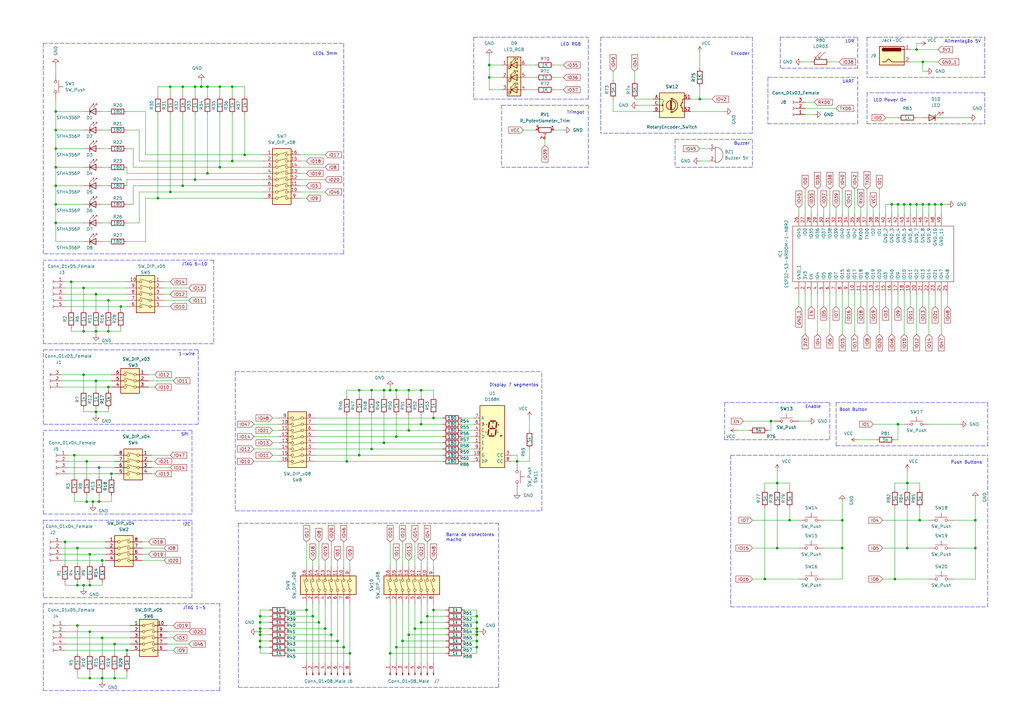
<source format=kicad_sch>
(kicad_sch (version 20211123) (generator eeschema)
  (paper "A3")
  (title_block (title "Kit Didatico (using ESP32-S3-DevKitC-1-N8R2)") (date "2022-05-15") (comment 1 "Alunos: Arthur Venâncio, Erickson Tulio e Mozart Nascimento") (comment 2 "Profesor: Alexandre Vasconcelos") (comment 3 "Disciplina: Técnicas de Prototipagem"))
  (junction (at 35.56 189.23))
  (junction (at 44.45 135.89))
  (junction (at 46.99 264.16))
  (junction (at 367.03 237.49))
  (junction (at 22.86 60.96))
  (junction (at 135.89 260.35))
  (junction (at 46.99 278.13))
  (junction (at 375.92 20.32))
  (junction (at 345.44 213.36))
  (junction (at 318.77 224.79))
  (junction (at 82.55 35.56))
  (junction (at 318.77 198.12))
  (junction (at 143.51 267.97))
  (junction (at 95.25 66.04))
  (junction (at 69.85 78.74))
  (junction (at 157.48 181.61))
  (junction (at 195.58 262.89))
  (junction (at 36.83 259.08))
  (junction (at 34.29 118.11))
  (junction (at 372.11 198.12))
  (junction (at 69.85 35.56))
  (junction (at 35.56 205.74))
  (junction (at 147.32 160.02))
  (junction (at 80.01 73.66))
  (junction (at 400.05 224.79))
  (junction (at 147.32 186.69))
  (junction (at 106.68 252.73))
  (junction (at 52.07 266.7))
  (junction (at 195.58 255.27))
  (junction (at 22.86 91.44))
  (junction (at 36.83 227.33))
  (junction (at 74.93 35.56))
  (junction (at 195.58 260.35))
  (junction (at 22.86 83.82))
  (junction (at 100.33 63.5))
  (junction (at 29.21 115.57))
  (junction (at 177.8 171.45))
  (junction (at 40.64 205.74))
  (junction (at 195.58 265.43))
  (junction (at 172.72 255.27))
  (junction (at 106.68 260.35))
  (junction (at 140.97 265.43))
  (junction (at 85.09 71.12))
  (junction (at 31.75 256.54))
  (junction (at 138.43 262.89))
  (junction (at 74.93 76.2))
  (junction (at 106.68 255.27))
  (junction (at 44.45 123.19))
  (junction (at 162.56 179.07))
  (junction (at 26.67 222.25))
  (junction (at 41.91 229.87))
  (junction (at 175.26 252.73))
  (junction (at 368.3 83.82))
  (junction (at 167.64 176.53))
  (junction (at 31.75 240.03))
  (junction (at 212.09 189.23))
  (junction (at 345.44 224.79))
  (junction (at 49.53 125.73))
  (junction (at 160.02 267.97))
  (junction (at 195.58 257.81))
  (junction (at 80.01 35.56))
  (junction (at 85.09 35.56))
  (junction (at 34.29 153.67))
  (junction (at 34.29 135.89))
  (junction (at 316.23 172.72))
  (junction (at 39.37 168.91))
  (junction (at 377.19 213.36))
  (junction (at 373.38 83.82))
  (junction (at 200.66 31.75))
  (junction (at 167.64 160.02))
  (junction (at 200.66 26.67))
  (junction (at 90.17 35.56))
  (junction (at 128.27 252.73))
  (junction (at 172.72 160.02))
  (junction (at 177.8 250.19))
  (junction (at 372.11 224.79))
  (junction (at 142.24 189.23))
  (junction (at 38.1 205.74))
  (junction (at 90.17 68.58))
  (junction (at 45.72 194.31))
  (junction (at 41.91 278.13))
  (junction (at 22.86 45.72))
  (junction (at 64.77 81.28))
  (junction (at 170.18 257.81))
  (junction (at 400.05 213.36))
  (junction (at 162.56 160.02))
  (junction (at 365.76 83.82))
  (junction (at 157.48 160.02))
  (junction (at 386.08 83.82))
  (junction (at 39.37 120.65))
  (junction (at 381 83.82))
  (junction (at 323.85 213.36))
  (junction (at 36.83 240.03))
  (junction (at 370.84 83.82))
  (junction (at 36.83 278.13))
  (junction (at 165.1 262.89))
  (junction (at 313.69 237.49))
  (junction (at 152.4 184.15))
  (junction (at 41.91 261.62))
  (junction (at 160.02 160.02))
  (junction (at 106.68 262.89))
  (junction (at 378.46 83.82))
  (junction (at 383.54 83.82))
  (junction (at 106.68 257.81))
  (junction (at 195.58 252.73))
  (junction (at 167.64 260.35))
  (junction (at 95.25 35.56))
  (junction (at 130.81 255.27))
  (junction (at 30.48 186.69))
  (junction (at 133.35 257.81))
  (junction (at 106.68 265.43))
  (junction (at 152.4 160.02))
  (junction (at 172.72 173.99))
  (junction (at 287.02 40.64))
  (junction (at 31.75 224.79))
  (junction (at 40.64 191.77))
  (junction (at 378.46 25.4))
  (junction (at 125.73 250.19))
  (junction (at 22.86 68.58))
  (junction (at 106.68 259.08))
  (junction (at 22.86 76.2))
  (junction (at 44.45 158.75))
  (junction (at 39.37 135.89))
  (junction (at 39.37 156.21))
  (junction (at 22.86 53.34))
  (junction (at 34.29 240.03))
  (junction (at 368.3 173.99))
  (junction (at 162.56 265.43))
  (junction (at 195.58 259.08))
  (junction (at 375.92 83.82))
  (wire (pts (xy 64.77 46.99) (xy 64.77 81.28)))
  (wire (pts (xy 361.95 237.49) (xy 367.03 237.49)))
  (wire (pts (xy 160.02 160.02) (xy 160.02 158.75)))
  (wire (pts (xy 104.14 173.99) (xy 114.3 173.99)))
  (wire (pts (xy 128.27 252.73) (xy 128.27 271.78)))
  (wire (pts (xy 41.91 278.13) (xy 41.91 279.4)))
  (wire (pts (xy 162.56 229.87) (xy 162.56 232.41)))
  (wire (pts (xy 39.37 156.21) (xy 25.4 156.21)))
  (wire (pts (xy 128.27 247.65) (xy 128.27 252.73)))
  (wire (pts (xy 162.56 160.02) (xy 162.56 162.56)))
  (wire (pts (xy 106.68 260.35) (xy 106.68 259.08)))
  (wire (pts (xy 368.3 83.82) (xy 368.3 87.63)))
  (wire (pts (xy 391.16 213.36) (xy 400.05 213.36)))
  (wire (pts (xy 370.84 120.65) (xy 370.84 137.16)))
  (wire (pts (xy 31.75 256.54) (xy 31.75 267.97)))
  (wire (pts (xy 152.4 170.18) (xy 152.4 184.15)))
  (wire (pts (xy 190.5 250.19) (xy 195.58 250.19)))
  (polyline (pts (xy 96.52 152.4) (xy 222.25 152.4)))
  (wire (pts (xy 138.43 262.89) (xy 138.43 271.78)))
  (wire (pts (xy 133.35 73.66) (xy 123.19 73.66)))
  (polyline (pts (xy 78.74 245.11) (xy 78.74 213.36)))
  (wire (pts (xy 205.74 31.75) (xy 200.66 31.75)))
  (wire (pts (xy 100.33 63.5) (xy 107.95 63.5)))
  (wire (pts (xy 386.08 83.82) (xy 386.08 87.63)))
  (wire (pts (xy 54.61 60.96) (xy 54.61 68.58)))
  (wire (pts (xy 26.67 261.62) (xy 41.91 261.62)))
  (wire (pts (xy 129.54 171.45) (xy 177.8 171.45)))
  (wire (pts (xy 67.31 115.57) (xy 69.85 115.57)))
  (wire (pts (xy 67.31 123.19) (xy 77.47 123.19)))
  (wire (pts (xy 251.46 29.21) (xy 251.46 33.02)))
  (polyline (pts (xy 314.96 31.75) (xy 351.79 31.75)))
  (wire (pts (xy 46.99 264.16) (xy 46.99 267.97)))
  (polyline (pts (xy 17.78 17.78) (xy 17.78 104.14)))
  (polyline (pts (xy 405.13 182.88) (xy 405.13 165.1)))
  (wire (pts (xy 287.02 21.59) (xy 287.02 27.94)))
  (wire (pts (xy 85.09 35.56) (xy 82.55 35.56)))
  (wire (pts (xy 143.51 267.97) (xy 143.51 271.78)))
  (wire (pts (xy 217.17 184.15) (xy 217.17 189.23)))
  (wire (pts (xy 337.82 224.79) (xy 345.44 224.79)))
  (wire (pts (xy 44.45 168.91) (xy 39.37 168.91)))
  (wire (pts (xy 59.69 99.06) (xy 59.69 81.28)))
  (wire (pts (xy 337.82 237.49) (xy 345.44 237.49)))
  (wire (pts (xy 68.58 264.16) (xy 77.47 264.16)))
  (wire (pts (xy 217.17 171.45) (xy 217.17 176.53)))
  (wire (pts (xy 39.37 134.62) (xy 39.37 135.89)))
  (wire (pts (xy 330.2 46.99) (xy 334.01 46.99)))
  (wire (pts (xy 125.73 76.2) (xy 123.19 76.2)))
  (wire (pts (xy 167.64 170.18) (xy 167.64 176.53)))
  (wire (pts (xy 142.24 160.02) (xy 147.32 160.02)))
  (wire (pts (xy 177.8 250.19) (xy 182.88 250.19)))
  (wire (pts (xy 353.06 85.09) (xy 353.06 87.63)))
  (wire (pts (xy 377.19 208.28) (xy 377.19 213.36)))
  (wire (pts (xy 25.4 224.79) (xy 31.75 224.79)))
  (wire (pts (xy 400.05 237.49) (xy 391.16 237.49)))
  (wire (pts (xy 165.1 222.25) (xy 165.1 232.41)))
  (wire (pts (xy 318.77 224.79) (xy 327.66 224.79)))
  (wire (pts (xy 342.9 120.65) (xy 342.9 125.73)))
  (wire (pts (xy 60.96 158.75) (xy 63.5 158.75)))
  (wire (pts (xy 26.67 222.25) (xy 26.67 231.14)))
  (wire (pts (xy 104.14 184.15) (xy 114.3 184.15)))
  (wire (pts (xy 365.76 83.82) (xy 368.3 83.82)))
  (wire (pts (xy 400.05 204.47) (xy 400.05 213.36)))
  (wire (pts (xy 308.61 237.49) (xy 313.69 237.49)))
  (wire (pts (xy 318.77 198.12) (xy 318.77 200.66)))
  (wire (pts (xy 71.12 156.21) (xy 60.96 156.21)))
  (wire (pts (xy 69.85 120.65) (xy 67.31 120.65)))
  (wire (pts (xy 57.15 91.44) (xy 57.15 78.74)))
  (polyline (pts (xy 342.9 165.1) (xy 342.9 182.88)))
  (wire (pts (xy 400.05 224.79) (xy 400.05 237.49)))
  (wire (pts (xy 160.02 247.65) (xy 160.02 267.97)))
  (wire (pts (xy 167.64 160.02) (xy 167.64 162.56)))
  (wire (pts (xy 175.26 247.65) (xy 175.26 252.73)))
  (polyline (pts (xy 17.78 283.21) (xy 90.17 283.21)))
  (polyline (pts (xy 403.86 31.75) (xy 355.6 31.75)))
  (wire (pts (xy 287.02 60.96) (xy 290.83 60.96)))
  (wire (pts (xy 52.07 53.34) (xy 57.15 53.34)))
  (wire (pts (xy 367.03 200.66) (xy 367.03 198.12)))
  (wire (pts (xy 147.32 170.18) (xy 147.32 186.69)))
  (wire (pts (xy 209.55 189.23) (xy 212.09 189.23)))
  (wire (pts (xy 135.89 260.35) (xy 135.89 271.78)))
  (polyline (pts (xy 140.97 17.78) (xy 140.97 104.14)))
  (wire (pts (xy 80.01 35.56) (xy 82.55 35.56)))
  (polyline (pts (xy 17.78 245.11) (xy 78.74 245.11)))
  (wire (pts (xy 95.25 46.99) (xy 95.25 66.04)))
  (polyline (pts (xy 241.3 40.64) (xy 241.3 15.24)))
  (polyline (pts (xy 81.28 173.99) (xy 17.78 173.99)))
  (polyline (pts (xy 87.63 106.68) (xy 17.78 106.68)))
  (wire (pts (xy 62.23 194.31) (xy 63.5 194.31)))
  (wire (pts (xy 44.45 158.75) (xy 44.45 160.02)))
  (wire (pts (xy 39.37 156.21) (xy 39.37 160.02)))
  (wire (pts (xy 29.21 115.57) (xy 29.21 127)))
  (wire (pts (xy 189.23 189.23) (xy 194.31 189.23)))
  (wire (pts (xy 106.68 259.08) (xy 105.41 259.08)))
  (wire (pts (xy 67.31 125.73) (xy 69.85 125.73)))
  (wire (pts (xy 227.33 36.83) (xy 231.14 36.83)))
  (wire (pts (xy 74.93 35.56) (xy 74.93 39.37)))
  (wire (pts (xy 313.69 200.66) (xy 313.69 198.12)))
  (wire (pts (xy 111.76 171.45) (xy 114.3 171.45)))
  (polyline (pts (xy 403.86 15.24) (xy 403.86 31.75)))
  (wire (pts (xy 62.23 189.23) (xy 63.5 189.23)))
  (wire (pts (xy 69.85 46.99) (xy 69.85 78.74)))
  (wire (pts (xy 308.61 224.79) (xy 318.77 224.79)))
  (polyline (pts (xy 299.72 186.69) (xy 405.13 186.69)))
  (wire (pts (xy 67.31 118.11) (xy 77.47 118.11)))
  (polyline (pts (xy 320.04 15.24) (xy 351.79 15.24)))
  (wire (pts (xy 104.14 179.07) (xy 114.3 179.07)))
  (wire (pts (xy 41.91 76.2) (xy 44.45 76.2)))
  (wire (pts (xy 130.81 255.27) (xy 130.81 271.78)))
  (polyline (pts (xy 246.38 15.24) (xy 308.61 15.24)))
  (wire (pts (xy 22.86 76.2) (xy 22.86 83.82)))
  (wire (pts (xy 217.17 189.23) (xy 212.09 189.23)))
  (wire (pts (xy 46.99 278.13) (xy 41.91 278.13)))
  (wire (pts (xy 29.21 135.89) (xy 34.29 135.89)))
  (wire (pts (xy 22.86 53.34) (xy 22.86 60.96)))
  (wire (pts (xy 189.23 176.53) (xy 194.31 176.53)))
  (wire (pts (xy 22.86 60.96) (xy 22.86 68.58)))
  (wire (pts (xy 26.67 266.7) (xy 52.07 266.7)))
  (polyline (pts (xy 308.61 68.58) (xy 276.86 68.58)))
  (wire (pts (xy 34.29 153.67) (xy 34.29 160.02)))
  (wire (pts (xy 260.35 40.64) (xy 267.97 40.64)))
  (wire (pts (xy 52.07 83.82) (xy 54.61 83.82)))
  (wire (pts (xy 363.22 83.82) (xy 365.76 83.82)))
  (wire (pts (xy 170.18 257.81) (xy 170.18 271.78)))
  (wire (pts (xy 172.72 255.27) (xy 182.88 255.27)))
  (wire (pts (xy 40.64 191.77) (xy 40.64 195.58)))
  (wire (pts (xy 318.77 208.28) (xy 318.77 224.79)))
  (wire (pts (xy 373.38 20.32) (xy 375.92 20.32)))
  (wire (pts (xy 340.36 120.65) (xy 340.36 137.16)))
  (wire (pts (xy 365.76 120.65) (xy 365.76 137.16)))
  (wire (pts (xy 74.93 46.99) (xy 74.93 76.2)))
  (wire (pts (xy 52.07 278.13) (xy 46.99 278.13)))
  (wire (pts (xy 31.75 278.13) (xy 36.83 278.13)))
  (wire (pts (xy 34.29 118.11) (xy 34.29 127)))
  (wire (pts (xy 368.3 83.82) (xy 370.84 83.82)))
  (wire (pts (xy 34.29 167.64) (xy 34.29 168.91)))
  (wire (pts (xy 227.33 53.34) (xy 231.14 53.34)))
  (wire (pts (xy 212.09 186.69) (xy 212.09 189.23)))
  (wire (pts (xy 59.69 63.5) (xy 100.33 63.5)))
  (wire (pts (xy 106.68 262.89) (xy 106.68 260.35)))
  (wire (pts (xy 34.29 240.03) (xy 34.29 241.3)))
  (wire (pts (xy 125.73 66.04) (xy 123.19 66.04)))
  (wire (pts (xy 41.91 53.34) (xy 44.45 53.34)))
  (wire (pts (xy 39.37 167.64) (xy 39.37 168.91)))
  (wire (pts (xy 313.69 198.12) (xy 318.77 198.12)))
  (wire (pts (xy 41.91 229.87) (xy 41.91 231.14)))
  (polyline (pts (xy 276.86 57.15) (xy 308.61 57.15)))
  (wire (pts (xy 59.69 81.28) (xy 64.77 81.28)))
  (wire (pts (xy 80.01 73.66) (xy 107.95 73.66)))
  (wire (pts (xy 133.35 63.5) (xy 123.19 63.5)))
  (wire (pts (xy 80.01 73.66) (xy 52.07 73.66)))
  (wire (pts (xy 358.14 120.65) (xy 358.14 125.73)))
  (wire (pts (xy 25.4 222.25) (xy 26.67 222.25)))
  (wire (pts (xy 52.07 73.66) (xy 52.07 76.2)))
  (wire (pts (xy 35.56 189.23) (xy 35.56 195.58)))
  (wire (pts (xy 172.72 255.27) (xy 172.72 271.78)))
  (polyline (pts (xy 320.04 15.24) (xy 320.04 27.94)))
  (wire (pts (xy 106.68 252.73) (xy 106.68 255.27)))
  (wire (pts (xy 95.25 35.56) (xy 95.25 39.37)))
  (wire (pts (xy 157.48 170.18) (xy 157.48 181.61)))
  (wire (pts (xy 165.1 262.89) (xy 182.88 262.89)))
  (wire (pts (xy 195.58 259.08) (xy 196.85 259.08)))
  (wire (pts (xy 370.84 83.82) (xy 370.84 87.63)))
  (wire (pts (xy 106.68 257.81) (xy 106.68 259.08)))
  (wire (pts (xy 391.16 224.79) (xy 400.05 224.79)))
  (wire (pts (xy 370.84 83.82) (xy 373.38 83.82)))
  (polyline (pts (xy 17.78 247.65) (xy 90.17 247.65)))
  (wire (pts (xy 377.19 200.66) (xy 377.19 198.12)))
  (wire (pts (xy 172.72 160.02) (xy 172.72 162.56)))
  (wire (pts (xy 34.29 153.67) (xy 25.4 153.67)))
  (wire (pts (xy 172.72 229.87) (xy 172.72 232.41)))
  (wire (pts (xy 372.11 198.12) (xy 372.11 200.66)))
  (polyline (pts (xy 308.61 15.24) (xy 308.61 54.61)))
  (wire (pts (xy 227.33 26.67) (xy 231.14 26.67)))
  (polyline (pts (xy 355.6 50.8) (xy 403.86 50.8)))
  (polyline (pts (xy 81.28 143.51) (xy 81.28 173.99)))
  (polyline (pts (xy 87.63 140.97) (xy 17.78 140.97)))
  (polyline (pts (xy 351.79 27.94) (xy 320.04 27.94)))
  (wire (pts (xy 355.6 120.65) (xy 355.6 137.16)))
  (wire (pts (xy 68.58 261.62) (xy 71.12 261.62)))
  (wire (pts (xy 52.07 275.59) (xy 52.07 278.13)))
  (wire (pts (xy 345.44 224.79) (xy 345.44 213.36)))
  (wire (pts (xy 41.91 99.06) (xy 44.45 99.06)))
  (polyline (pts (xy 342.9 182.88) (xy 405.13 182.88)))
  (wire (pts (xy 41.91 229.87) (xy 43.18 229.87)))
  (wire (pts (xy 147.32 160.02) (xy 147.32 162.56)))
  (polyline (pts (xy 297.18 165.1) (xy 340.36 165.1)))
  (wire (pts (xy 34.29 68.58) (xy 22.86 68.58)))
  (wire (pts (xy 167.64 160.02) (xy 162.56 160.02)))
  (wire (pts (xy 135.89 222.25) (xy 135.89 232.41)))
  (wire (pts (xy 31.75 240.03) (xy 34.29 240.03)))
  (wire (pts (xy 313.69 208.28) (xy 313.69 237.49)))
  (wire (pts (xy 125.73 71.12) (xy 123.19 71.12)))
  (wire (pts (xy 41.91 68.58) (xy 44.45 68.58)))
  (wire (pts (xy 335.28 77.47) (xy 335.28 87.63)))
  (wire (pts (xy 400.05 213.36) (xy 400.05 224.79)))
  (polyline (pts (xy 17.78 17.78) (xy 140.97 17.78)))
  (wire (pts (xy 177.8 229.87) (xy 177.8 232.41)))
  (wire (pts (xy 125.73 81.28) (xy 123.19 81.28)))
  (polyline (pts (xy 194.31 15.24) (xy 241.3 15.24)))
  (wire (pts (xy 49.53 125.73) (xy 49.53 127)))
  (wire (pts (xy 29.21 115.57) (xy 52.07 115.57)))
  (wire (pts (xy 373.38 83.82) (xy 375.92 83.82)))
  (polyline (pts (xy 97.79 281.94) (xy 204.47 281.94)))
  (wire (pts (xy 143.51 229.87) (xy 143.51 232.41)))
  (wire (pts (xy 135.89 247.65) (xy 135.89 260.35)))
  (wire (pts (xy 57.15 66.04) (xy 95.25 66.04)))
  (wire (pts (xy 368.3 173.99) (xy 370.84 173.99)))
  (wire (pts (xy 214.63 53.34) (xy 219.71 53.34)))
  (wire (pts (xy 378.46 120.65) (xy 378.46 125.73)))
  (polyline (pts (xy 17.78 213.36) (xy 78.74 213.36)))
  (wire (pts (xy 313.69 237.49) (xy 327.66 237.49)))
  (wire (pts (xy 215.9 26.67) (xy 219.71 26.67)))
  (wire (pts (xy 45.72 203.2) (xy 45.72 205.74)))
  (wire (pts (xy 26.67 238.76) (xy 26.67 240.03)))
  (wire (pts (xy 386.08 120.65) (xy 386.08 137.16)))
  (wire (pts (xy 129.54 181.61) (xy 157.48 181.61)))
  (wire (pts (xy 36.83 238.76) (xy 36.83 240.03)))
  (wire (pts (xy 367.03 198.12) (xy 372.11 198.12)))
  (wire (pts (xy 58.42 227.33) (xy 60.96 227.33)))
  (polyline (pts (xy 87.63 106.68) (xy 87.63 140.97)))
  (wire (pts (xy 40.64 205.74) (xy 38.1 205.74)))
  (polyline (pts (xy 81.28 143.51) (xy 17.78 143.51)))
  (wire (pts (xy 26.67 125.73) (xy 49.53 125.73)))
  (wire (pts (xy 22.86 45.72) (xy 22.86 53.34)))
  (wire (pts (xy 133.35 247.65) (xy 133.35 257.81)))
  (wire (pts (xy 128.27 229.87) (xy 128.27 232.41)))
  (wire (pts (xy 130.81 222.25) (xy 130.81 232.41)))
  (wire (pts (xy 330.2 77.47) (xy 330.2 87.63)))
  (wire (pts (xy 330.2 44.45) (xy 342.9 44.45)))
  (polyline (pts (xy 194.31 15.24) (xy 194.31 40.64)))
  (wire (pts (xy 34.29 118.11) (xy 52.07 118.11)))
  (wire (pts (xy 212.09 189.23) (xy 212.09 190.5)))
  (wire (pts (xy 140.97 265.43) (xy 140.97 271.78)))
  (wire (pts (xy 54.61 76.2) (xy 74.93 76.2)))
  (polyline (pts (xy 355.6 38.1) (xy 355.6 50.8)))
  (wire (pts (xy 34.29 91.44) (xy 22.86 91.44)))
  (wire (pts (xy 386.08 83.82) (xy 388.62 83.82)))
  (wire (pts (xy 172.72 247.65) (xy 172.72 255.27)))
  (wire (pts (xy 52.07 45.72) (xy 59.69 45.72)))
  (wire (pts (xy 363.22 48.26) (xy 368.3 48.26)))
  (wire (pts (xy 41.91 261.62) (xy 53.34 261.62)))
  (polyline (pts (xy 403.86 38.1) (xy 360.68 38.1)))
  (wire (pts (xy 251.46 40.64) (xy 251.46 45.72)))
  (polyline (pts (xy 78.74 176.53) (xy 17.78 176.53)))
  (wire (pts (xy 368.3 180.34) (xy 368.3 173.99)))
  (wire (pts (xy 367.03 208.28) (xy 367.03 237.49)))
  (wire (pts (xy 125.73 250.19) (xy 125.73 271.78)))
  (wire (pts (xy 340.36 77.47) (xy 340.36 87.63)))
  (wire (pts (xy 200.66 36.83) (xy 200.66 31.75)))
  (wire (pts (xy 69.85 78.74) (xy 107.95 78.74)))
  (wire (pts (xy 26.67 222.25) (xy 43.18 222.25)))
  (polyline (pts (xy 297.18 165.1) (xy 297.18 180.34)))
  (wire (pts (xy 80.01 35.56) (xy 80.01 39.37)))
  (wire (pts (xy 90.17 68.58) (xy 107.95 68.58)))
  (wire (pts (xy 111.76 181.61) (xy 114.3 181.61)))
  (polyline (pts (xy 351.79 50.8) (xy 351.79 31.75)))
  (wire (pts (xy 44.45 135.89) (xy 39.37 135.89)))
  (wire (pts (xy 62.23 191.77) (xy 69.85 191.77)))
  (wire (pts (xy 64.77 81.28) (xy 107.95 81.28)))
  (wire (pts (xy 195.58 250.19) (xy 195.58 252.73)))
  (wire (pts (xy 177.8 160.02) (xy 172.72 160.02)))
  (wire (pts (xy 302.26 176.53) (xy 307.34 176.53)))
  (wire (pts (xy 58.42 229.87) (xy 67.31 229.87)))
  (wire (pts (xy 49.53 125.73) (xy 52.07 125.73)))
  (wire (pts (xy 160.02 267.97) (xy 182.88 267.97)))
  (wire (pts (xy 30.48 205.74) (xy 35.56 205.74)))
  (wire (pts (xy 41.91 45.72) (xy 44.45 45.72)))
  (wire (pts (xy 261.62 43.18) (xy 267.97 43.18)))
  (wire (pts (xy 129.54 189.23) (xy 142.24 189.23)))
  (polyline (pts (xy 140.97 104.14) (xy 17.78 104.14)))
  (wire (pts (xy 106.68 252.73) (xy 110.49 252.73)))
  (wire (pts (xy 118.11 255.27) (xy 130.81 255.27)))
  (wire (pts (xy 58.42 224.79) (xy 67.31 224.79)))
  (polyline (pts (xy 355.6 15.24) (xy 403.86 15.24)))
  (polyline (pts (xy 90.17 283.21) (xy 90.17 247.65)))
  (wire (pts (xy 223.52 57.15) (xy 223.52 59.69)))
  (wire (pts (xy 200.66 31.75) (xy 200.66 26.67)))
  (wire (pts (xy 34.29 99.06) (xy 22.86 99.06)))
  (wire (pts (xy 45.72 156.21) (xy 39.37 156.21)))
  (wire (pts (xy 175.26 252.73) (xy 182.88 252.73)))
  (wire (pts (xy 34.29 168.91) (xy 39.37 168.91)))
  (wire (pts (xy 190.5 262.89) (xy 195.58 262.89)))
  (wire (pts (xy 85.09 46.99) (xy 85.09 71.12)))
  (wire (pts (xy 377.19 17.78) (xy 375.92 17.78)))
  (wire (pts (xy 162.56 160.02) (xy 160.02 160.02)))
  (wire (pts (xy 162.56 265.43) (xy 182.88 265.43)))
  (wire (pts (xy 41.91 275.59) (xy 41.91 278.13)))
  (wire (pts (xy 52.07 60.96) (xy 54.61 60.96)))
  (wire (pts (xy 46.99 275.59) (xy 46.99 278.13)))
  (wire (pts (xy 95.25 35.56) (xy 90.17 35.56)))
  (wire (pts (xy 26.67 123.19) (xy 44.45 123.19)))
  (wire (pts (xy 118.11 262.89) (xy 138.43 262.89)))
  (wire (pts (xy 189.23 173.99) (xy 194.31 173.99)))
  (wire (pts (xy 46.99 189.23) (xy 35.56 189.23)))
  (wire (pts (xy 162.56 170.18) (xy 162.56 179.07)))
  (wire (pts (xy 129.54 173.99) (xy 172.72 173.99)))
  (wire (pts (xy 49.53 134.62) (xy 49.53 135.89)))
  (wire (pts (xy 90.17 35.56) (xy 85.09 35.56)))
  (wire (pts (xy 118.11 257.81) (xy 133.35 257.81)))
  (wire (pts (xy 44.45 158.75) (xy 25.4 158.75)))
  (polyline (pts (xy 403.86 50.8) (xy 403.86 38.1)))
  (polyline (pts (xy 17.78 173.99) (xy 17.78 143.51)))
  (wire (pts (xy 34.29 76.2) (xy 22.86 76.2)))
  (wire (pts (xy 45.72 194.31) (xy 45.72 195.58)))
  (wire (pts (xy 368.3 120.65) (xy 368.3 125.73)))
  (wire (pts (xy 330.2 41.91) (xy 334.01 41.91)))
  (wire (pts (xy 287.02 66.04) (xy 290.83 66.04)))
  (polyline (pts (xy 205.74 43.18) (xy 205.74 68.58)))
  (wire (pts (xy 140.97 247.65) (xy 140.97 265.43)))
  (wire (pts (xy 177.8 170.18) (xy 177.8 171.45)))
  (wire (pts (xy 157.48 160.02) (xy 160.02 160.02)))
  (wire (pts (xy 189.23 181.61) (xy 194.31 181.61)))
  (polyline (pts (xy 96.52 152.4) (xy 96.52 209.55)))
  (wire (pts (xy 323.85 200.66) (xy 323.85 198.12)))
  (wire (pts (xy 209.55 186.69) (xy 212.09 186.69)))
  (wire (pts (xy 129.54 184.15) (xy 152.4 184.15)))
  (wire (pts (xy 350.52 120.65) (xy 350.52 137.16)))
  (wire (pts (xy 36.83 227.33) (xy 36.83 231.14)))
  (polyline (pts (xy 17.78 140.97) (xy 17.78 106.68)))
  (wire (pts (xy 104.14 189.23) (xy 114.3 189.23)))
  (wire (pts (xy 378.46 29.21) (xy 378.46 25.4)))
  (wire (pts (xy 74.93 35.56) (xy 80.01 35.56)))
  (wire (pts (xy 345.44 77.47) (xy 345.44 87.63)))
  (wire (pts (xy 100.33 35.56) (xy 95.25 35.56)))
  (wire (pts (xy 383.54 83.82) (xy 386.08 83.82)))
  (wire (pts (xy 377.19 213.36) (xy 381 213.36)))
  (wire (pts (xy 172.72 160.02) (xy 167.64 160.02)))
  (polyline (pts (xy 314.96 50.8) (xy 351.79 50.8)))
  (wire (pts (xy 35.56 205.74) (xy 38.1 205.74)))
  (wire (pts (xy 138.43 229.87) (xy 138.43 232.41)))
  (wire (pts (xy 160.02 267.97) (xy 160.02 271.78)))
  (wire (pts (xy 74.93 76.2) (xy 107.95 76.2)))
  (wire (pts (xy 152.4 184.15) (xy 181.61 184.15)))
  (polyline (pts (xy 205.74 43.18) (xy 241.3 43.18)))
  (wire (pts (xy 31.75 224.79) (xy 43.18 224.79)))
  (wire (pts (xy 26.67 264.16) (xy 46.99 264.16)))
  (wire (pts (xy 162.56 265.43) (xy 162.56 271.78)))
  (wire (pts (xy 133.35 229.87) (xy 133.35 232.41)))
  (wire (pts (xy 175.26 222.25) (xy 175.26 232.41)))
  (wire (pts (xy 106.68 265.43) (xy 110.49 265.43)))
  (wire (pts (xy 375.92 20.32) (xy 384.81 20.32)))
  (wire (pts (xy 152.4 160.02) (xy 157.48 160.02)))
  (polyline (pts (xy 276.86 57.15) (xy 276.86 68.58)))
  (wire (pts (xy 110.49 267.97) (xy 106.68 267.97)))
  (wire (pts (xy 26.67 256.54) (xy 31.75 256.54)))
  (wire (pts (xy 54.61 68.58) (xy 90.17 68.58)))
  (wire (pts (xy 375.92 83.82) (xy 375.92 87.63)))
  (wire (pts (xy 167.64 229.87) (xy 167.64 232.41)))
  (polyline (pts (xy 297.18 180.34) (xy 340.36 180.34)))
  (wire (pts (xy 39.37 120.65) (xy 39.37 127)))
  (wire (pts (xy 353.06 120.65) (xy 353.06 125.73)))
  (wire (pts (xy 82.55 35.56) (xy 82.55 33.02)))
  (wire (pts (xy 31.75 256.54) (xy 53.34 256.54)))
  (wire (pts (xy 31.75 275.59) (xy 31.75 278.13)))
  (wire (pts (xy 162.56 179.07) (xy 181.61 179.07)))
  (wire (pts (xy 106.68 262.89) (xy 110.49 262.89)))
  (wire (pts (xy 323.85 208.28) (xy 323.85 213.36)))
  (wire (pts (xy 44.45 134.62) (xy 44.45 135.89)))
  (polyline (pts (xy 308.61 57.15) (xy 308.61 68.58)))
  (wire (pts (xy 327.66 85.09) (xy 327.66 87.63)))
  (wire (pts (xy 377.19 198.12) (xy 372.11 198.12)))
  (wire (pts (xy 130.81 247.65) (xy 130.81 255.27)))
  (wire (pts (xy 323.85 213.36) (xy 327.66 213.36)))
  (wire (pts (xy 133.35 257.81) (xy 133.35 271.78)))
  (wire (pts (xy 147.32 160.02) (xy 152.4 160.02)))
  (wire (pts (xy 388.62 120.65) (xy 388.62 125.73)))
  (wire (pts (xy 26.67 118.11) (xy 34.29 118.11)))
  (wire (pts (xy 360.68 77.47) (xy 360.68 87.63)))
  (wire (pts (xy 260.35 29.21) (xy 260.35 33.02)))
  (wire (pts (xy 46.99 191.77) (xy 40.64 191.77)))
  (wire (pts (xy 118.11 267.97) (xy 143.51 267.97)))
  (wire (pts (xy 34.29 60.96) (xy 22.86 60.96)))
  (polyline (pts (xy 405.13 248.92) (xy 405.13 186.69)))
  (wire (pts (xy 41.91 261.62) (xy 41.91 267.97)))
  (wire (pts (xy 57.15 78.74) (xy 69.85 78.74)))
  (wire (pts (xy 39.37 120.65) (xy 52.07 120.65)))
  (wire (pts (xy 22.86 83.82) (xy 22.86 91.44)))
  (wire (pts (xy 54.61 83.82) (xy 54.61 76.2)))
  (wire (pts (xy 41.91 238.76) (xy 41.91 240.03)))
  (wire (pts (xy 68.58 259.08) (xy 77.47 259.08)))
  (wire (pts (xy 189.23 184.15) (xy 194.31 184.15)))
  (wire (pts (xy 190.5 267.97) (xy 195.58 267.97)))
  (wire (pts (xy 85.09 71.12) (xy 52.07 71.12)))
  (wire (pts (xy 205.74 36.83) (xy 200.66 36.83)))
  (wire (pts (xy 332.74 120.65) (xy 332.74 125.73)))
  (wire (pts (xy 212.09 200.66) (xy 212.09 201.93)))
  (wire (pts (xy 142.24 162.56) (xy 142.24 160.02)))
  (wire (pts (xy 340.36 25.4) (xy 344.17 25.4)))
  (wire (pts (xy 361.95 213.36) (xy 377.19 213.36)))
  (wire (pts (xy 195.58 252.73) (xy 195.58 255.27)))
  (wire (pts (xy 314.96 176.53) (xy 316.23 176.53)))
  (wire (pts (xy 335.28 120.65) (xy 335.28 137.16)))
  (polyline (pts (xy 308.61 54.61) (xy 246.38 54.61)))
  (wire (pts (xy 38.1 205.74) (xy 38.1 207.01)))
  (wire (pts (xy 375.92 48.26) (xy 378.46 48.26)))
  (wire (pts (xy 375.92 120.65) (xy 375.92 137.16)))
  (wire (pts (xy 34.29 134.62) (xy 34.29 135.89)))
  (wire (pts (xy 90.17 46.99) (xy 90.17 68.58)))
  (wire (pts (xy 68.58 266.7) (xy 71.12 266.7)))
  (wire (pts (xy 34.29 83.82) (xy 22.86 83.82)))
  (wire (pts (xy 195.58 265.43) (xy 195.58 262.89)))
  (wire (pts (xy 106.68 250.19) (xy 106.68 252.73)))
  (wire (pts (xy 251.46 45.72) (xy 267.97 45.72)))
  (wire (pts (xy 287.02 40.64) (xy 292.1 40.64)))
  (wire (pts (xy 125.73 247.65) (xy 125.73 250.19)))
  (wire (pts (xy 35.56 189.23) (xy 27.94 189.23)))
  (wire (pts (xy 62.23 186.69) (xy 69.85 186.69)))
  (wire (pts (xy 106.68 257.81) (xy 110.49 257.81)))
  (polyline (pts (xy 97.79 214.63) (xy 97.79 281.94)))
  (wire (pts (xy 30.48 203.2) (xy 30.48 205.74)))
  (wire (pts (xy 360.68 120.65) (xy 360.68 137.16)))
  (wire (pts (xy 52.07 99.06) (xy 59.69 99.06)))
  (wire (pts (xy 100.33 46.99) (xy 100.33 63.5)))
  (wire (pts (xy 177.8 247.65) (xy 177.8 250.19)))
  (wire (pts (xy 175.26 252.73) (xy 175.26 271.78)))
  (wire (pts (xy 39.37 168.91) (xy 39.37 170.18)))
  (wire (pts (xy 34.29 135.89) (xy 39.37 135.89)))
  (polyline (pts (xy 222.25 209.55) (xy 222.25 152.4)))
  (wire (pts (xy 90.17 35.56) (xy 90.17 39.37)))
  (wire (pts (xy 143.51 247.65) (xy 143.51 267.97)))
  (wire (pts (xy 177.8 162.56) (xy 177.8 160.02)))
  (wire (pts (xy 22.86 26.67) (xy 22.86 30.48)))
  (wire (pts (xy 118.11 265.43) (xy 140.97 265.43)))
  (wire (pts (xy 85.09 35.56) (xy 85.09 39.37)))
  (wire (pts (xy 177.8 171.45) (xy 181.61 171.45)))
  (wire (pts (xy 36.83 240.03) (xy 34.29 240.03)))
  (wire (pts (xy 106.68 260.35) (xy 110.49 260.35)))
  (wire (pts (xy 375.92 83.82) (xy 378.46 83.82)))
  (wire (pts (xy 332.74 85.09) (xy 332.74 87.63)))
  (wire (pts (xy 350.52 77.47) (xy 350.52 87.63)))
  (polyline (pts (xy 351.79 15.24) (xy 351.79 27.94)))
  (wire (pts (xy 345.44 237.49) (xy 345.44 224.79)))
  (wire (pts (xy 195.58 255.27) (xy 195.58 257.81)))
  (wire (pts (xy 41.91 60.96) (xy 44.45 60.96)))
  (wire (pts (xy 46.99 186.69) (xy 30.48 186.69)))
  (wire (pts (xy 44.45 123.19) (xy 52.07 123.19)))
  (wire (pts (xy 80.01 46.99) (xy 80.01 73.66)))
  (wire (pts (xy 142.24 189.23) (xy 181.61 189.23)))
  (wire (pts (xy 363.22 87.63) (xy 363.22 83.82)))
  (wire (pts (xy 142.24 170.18) (xy 142.24 189.23)))
  (wire (pts (xy 30.48 186.69) (xy 30.48 195.58)))
  (wire (pts (xy 304.8 172.72) (xy 316.23 172.72)))
  (wire (pts (xy 375.92 17.78) (xy 375.92 20.32)))
  (wire (pts (xy 44.45 167.64) (xy 44.45 168.91)))
  (wire (pts (xy 157.48 160.02) (xy 157.48 162.56)))
  (wire (pts (xy 361.95 224.79) (xy 372.11 224.79)))
  (wire (pts (xy 34.29 53.34) (xy 22.86 53.34)))
  (wire (pts (xy 41.91 91.44) (xy 44.45 91.44)))
  (wire (pts (xy 140.97 222.25) (xy 140.97 232.41)))
  (wire (pts (xy 106.68 265.43) (xy 106.68 262.89)))
  (wire (pts (xy 36.83 275.59) (xy 36.83 278.13)))
  (wire (pts (xy 152.4 160.02) (xy 152.4 162.56)))
  (wire (pts (xy 147.32 186.69) (xy 181.61 186.69)))
  (wire (pts (xy 170.18 247.65) (xy 170.18 257.81)))
  (wire (pts (xy 381 173.99) (xy 393.7 173.99)))
  (wire (pts (xy 167.64 247.65) (xy 167.64 260.35)))
  (wire (pts (xy 22.86 45.72) (xy 34.29 45.72)))
  (wire (pts (xy 22.86 68.58) (xy 22.86 76.2)))
  (wire (pts (xy 347.98 85.09) (xy 347.98 87.63)))
  (wire (pts (xy 45.72 158.75) (xy 44.45 158.75)))
  (wire (pts (xy 106.68 267.97) (xy 106.68 265.43)))
  (wire (pts (xy 189.23 179.07) (xy 194.31 179.07)))
  (wire (pts (xy 59.69 45.72) (xy 59.69 63.5)))
  (wire (pts (xy 165.1 247.65) (xy 165.1 262.89)))
  (wire (pts (xy 365.76 83.82) (xy 365.76 87.63)))
  (wire (pts (xy 172.72 170.18) (xy 172.72 173.99)))
  (wire (pts (xy 52.07 91.44) (xy 57.15 91.44)))
  (wire (pts (xy 215.9 31.75) (xy 219.71 31.75)))
  (polyline (pts (xy 340.36 180.34) (xy 340.36 165.1)))
  (wire (pts (xy 69.85 35.56) (xy 69.85 39.37)))
  (wire (pts (xy 379.73 29.21) (xy 378.46 29.21)))
  (wire (pts (xy 45.72 153.67) (xy 34.29 153.67)))
  (wire (pts (xy 381 83.82) (xy 383.54 83.82)))
  (wire (pts (xy 283.21 40.64) (xy 287.02 40.64)))
  (wire (pts (xy 170.18 222.25) (xy 170.18 232.41)))
  (wire (pts (xy 44.45 123.19) (xy 44.45 127)))
  (wire (pts (xy 22.86 40.64) (xy 22.86 45.72)))
  (wire (pts (xy 60.96 153.67) (xy 63.5 153.67)))
  (wire (pts (xy 25.4 229.87) (xy 41.91 229.87)))
  (wire (pts (xy 57.15 53.34) (xy 57.15 66.04)))
  (wire (pts (xy 100.33 39.37) (xy 100.33 35.56)))
  (polyline (pts (xy 314.96 31.75) (xy 314.96 50.8)))
  (wire (pts (xy 26.67 115.57) (xy 29.21 115.57)))
  (wire (pts (xy 316.23 176.53) (xy 316.23 172.72)))
  (wire (pts (xy 129.54 186.69) (xy 147.32 186.69)))
  (wire (pts (xy 36.83 259.08) (xy 53.34 259.08)))
  (wire (pts (xy 190.5 257.81) (xy 195.58 257.81)))
  (wire (pts (xy 177.8 250.19) (xy 177.8 271.78)))
  (wire (pts (xy 26.67 120.65) (xy 39.37 120.65)))
  (wire (pts (xy 162.56 247.65) (xy 162.56 265.43)))
  (wire (pts (xy 110.49 250.19) (xy 106.68 250.19)))
  (wire (pts (xy 52.07 71.12) (xy 52.07 68.58)))
  (wire (pts (xy 111.76 176.53) (xy 114.3 176.53)))
  (wire (pts (xy 69.85 35.56) (xy 74.93 35.56)))
  (wire (pts (xy 118.11 250.19) (xy 125.73 250.19)))
  (wire (pts (xy 318.77 193.04) (xy 318.77 198.12)))
  (wire (pts (xy 351.79 180.34) (xy 359.41 180.34)))
  (wire (pts (xy 355.6 77.47) (xy 355.6 87.63)))
  (wire (pts (xy 378.46 83.82) (xy 378.46 87.63)))
  (wire (pts (xy 328.93 25.4) (xy 332.74 25.4)))
  (polyline (pts (xy 299.72 186.69) (xy 299.72 248.92)))
  (wire (pts (xy 129.54 179.07) (xy 162.56 179.07)))
  (wire (pts (xy 323.85 198.12) (xy 318.77 198.12)))
  (wire (pts (xy 381 120.65) (xy 381 137.16)))
  (wire (pts (xy 363.22 120.65) (xy 363.22 125.73)))
  (polyline (pts (xy 17.78 213.36) (xy 17.78 245.11)))
  (wire (pts (xy 190.5 260.35) (xy 195.58 260.35)))
  (wire (pts (xy 29.21 134.62) (xy 29.21 135.89)))
  (wire (pts (xy 195.58 267.97) (xy 195.58 265.43)))
  (wire (pts (xy 327.66 125.73) (xy 327.66 120.65)))
  (polyline (pts (xy 17.78 210.82) (xy 17.78 176.53)))
  (wire (pts (xy 49.53 135.89) (xy 44.45 135.89)))
  (wire (pts (xy 189.23 186.69) (xy 194.31 186.69)))
  (wire (pts (xy 308.61 213.36) (xy 323.85 213.36)))
  (polyline (pts (xy 97.79 214.63) (xy 204.47 214.63)))
  (wire (pts (xy 30.48 186.69) (xy 27.94 186.69)))
  (wire (pts (xy 45.72 194.31) (xy 27.94 194.31)))
  (wire (pts (xy 327.66 172.72) (xy 331.47 172.72)))
  (wire (pts (xy 358.14 173.99) (xy 368.3 173.99)))
  (wire (pts (xy 138.43 247.65) (xy 138.43 262.89)))
  (wire (pts (xy 25.4 227.33) (xy 36.83 227.33)))
  (wire (pts (xy 41.91 240.03) (xy 36.83 240.03)))
  (wire (pts (xy 64.77 35.56) (xy 69.85 35.56)))
  (wire (pts (xy 125.73 222.25) (xy 125.73 232.41)))
  (wire (pts (xy 373.38 83.82) (xy 373.38 87.63)))
  (wire (pts (xy 68.58 256.54) (xy 71.12 256.54)))
  (wire (pts (xy 372.11 208.28) (xy 372.11 224.79)))
  (wire (pts (xy 195.58 262.89) (xy 195.58 260.35)))
  (wire (pts (xy 189.23 171.45) (xy 194.31 171.45)))
  (polyline (pts (xy 78.74 176.53) (xy 78.74 210.82)))
  (wire (pts (xy 40.64 191.77) (xy 27.94 191.77)))
  (polyline (pts (xy 204.47 281.94) (xy 204.47 214.63)))
  (wire (pts (xy 378.46 83.82) (xy 381 83.82)))
  (wire (pts (xy 167.64 260.35) (xy 167.64 271.78)))
  (wire (pts (xy 95.25 66.04) (xy 107.95 66.04)))
  (wire (pts (xy 85.09 71.12) (xy 107.95 71.12)))
  (wire (pts (xy 45.72 205.74) (xy 40.64 205.74)))
  (wire (pts (xy 372.11 224.79) (xy 381 224.79)))
  (wire (pts (xy 372.11 193.04) (xy 372.11 198.12)))
  (wire (pts (xy 383.54 120.65) (xy 383.54 125.73)))
  (wire (pts (xy 342.9 85.09) (xy 342.9 87.63)))
  (wire (pts (xy 52.07 266.7) (xy 53.34 266.7)))
  (wire (pts (xy 167.64 260.35) (xy 182.88 260.35)))
  (wire (pts (xy 133.35 68.58) (xy 123.19 68.58)))
  (wire (pts (xy 373.38 120.65) (xy 373.38 125.73)))
  (wire (pts (xy 358.14 85.09) (xy 358.14 87.63)))
  (wire (pts (xy 133.35 78.74) (xy 123.19 78.74)))
  (wire (pts (xy 381 83.82) (xy 381 87.63)))
  (wire (pts (xy 64.77 39.37) (xy 64.77 35.56)))
  (wire (pts (xy 157.48 181.61) (xy 181.61 181.61)))
  (wire (pts (xy 337.82 213.36) (xy 345.44 213.36)))
  (wire (pts (xy 36.83 227.33) (xy 43.18 227.33)))
  (wire (pts (xy 52.07 266.7) (xy 52.07 267.97)))
  (wire (pts (xy 118.11 260.35) (xy 135.89 260.35)))
  (wire (pts (xy 383.54 83.82) (xy 383.54 87.63)))
  (polyline (pts (xy 96.52 209.55) (xy 222.25 209.55)))
  (wire (pts (xy 215.9 36.83) (xy 219.71 36.83)))
  (wire (pts (xy 367.03 237.49) (xy 381 237.49)))
  (wire (pts (xy 106.68 255.27) (xy 110.49 255.27)))
  (wire (pts (xy 26.67 240.03) (xy 31.75 240.03)))
  (wire (pts (xy 46.99 194.31) (xy 45.72 194.31)))
  (wire (pts (xy 190.5 265.43) (xy 195.58 265.43)))
  (wire (pts (xy 386.08 48.26) (xy 397.51 48.26)))
  (wire (pts (xy 347.98 120.65) (xy 347.98 125.73)))
  (wire (pts (xy 40.64 203.2) (xy 40.64 205.74)))
  (wire (pts (xy 190.5 255.27) (xy 195.58 255.27)))
  (wire (pts (xy 195.58 257.81) (xy 195.58 259.08)))
  (wire (pts (xy 129.54 176.53) (xy 167.64 176.53)))
  (wire (pts (xy 165.1 262.89) (xy 165.1 271.78)))
  (polyline (pts (xy 299.72 248.92) (xy 405.13 248.92)))
  (polyline (pts (xy 355.6 15.24) (xy 355.6 31.75)))
  (wire (pts (xy 330.2 120.65) (xy 330.2 137.16)))
  (wire (pts (xy 26.67 259.08) (xy 36.83 259.08)))
  (wire (pts (xy 170.18 257.81) (xy 182.88 257.81)))
  (wire (pts (xy 172.72 173.99) (xy 181.61 173.99)))
  (wire (pts (xy 31.75 224.79) (xy 31.75 231.14)))
  (wire (pts (xy 167.64 176.53) (xy 181.61 176.53)))
  (wire (pts (xy 200.66 22.86) (xy 200.66 26.67)))
  (wire (pts (xy 31.75 238.76) (xy 31.75 240.03)))
  (wire (pts (xy 160.02 222.25) (xy 160.02 232.41)))
  (polyline (pts (xy 194.31 40.64) (xy 241.3 40.64)))
  (wire (pts (xy 106.68 255.27) (xy 106.68 257.81)))
  (polyline (pts (xy 78.74 210.82) (xy 17.78 210.82)))
  (wire (pts (xy 367.03 180.34) (xy 368.3 180.34)))
  (polyline (pts (xy 241.3 43.18) (xy 241.3 68.58)))
  (wire (pts (xy 35.56 203.2) (xy 35.56 205.74)))
  (wire (pts (xy 36.83 259.08) (xy 36.83 267.97)))
  (polyline (pts (xy 246.38 15.24) (xy 246.38 54.61)))
  (wire (pts (xy 46.99 264.16) (xy 53.34 264.16)))
  (polyline (pts (xy 17.78 247.65) (xy 17.78 283.21)))
  (wire (pts (xy 345.44 213.36) (xy 345.44 205.74)))
  (wire (pts (xy 41.91 83.82) (xy 44.45 83.82)))
  (wire (pts (xy 345.44 120.65) (xy 345.44 137.16)))
  (wire (pts (xy 316.23 172.72) (xy 317.5 172.72)))
  (wire (pts (xy 227.33 31.75) (xy 231.14 31.75)))
  (wire (pts (xy 287.02 35.56) (xy 287.02 40.64)))
  (wire (pts (xy 22.86 91.44) (xy 22.86 99.06)))
  (wire (pts (xy 373.38 25.4) (xy 378.46 25.4)))
  (wire (pts (xy 200.66 26.67) (xy 205.74 26.67)))
  (wire (pts (xy 283.21 45.72) (xy 297.18 45.72)))
  (wire (pts (xy 190.5 252.73) (xy 195.58 252.73)))
  (wire (pts (xy 58.42 222.25) (xy 60.96 222.25)))
  (wire (pts (xy 337.82 120.65) (xy 337.82 125.73)))
  (wire (pts (xy 118.11 252.73) (xy 128.27 252.73)))
  (wire (pts (xy 39.37 135.89) (xy 39.37 137.16)))
  (wire (pts (xy 337.82 85.09) (xy 337.82 87.63)))
  (polyline (pts (xy 342.9 165.1) (xy 405.13 165.1)))
  (wire (pts (xy 378.46 25.4) (xy 384.81 25.4)))
  (polyline (pts (xy 360.68 38.1) (xy 355.6 38.1)))
  (wire (pts (xy 36.83 278.13) (xy 41.91 278.13)))
  (wire (pts (xy 111.76 186.69) (xy 114.3 186.69)))
  (polyline (pts (xy 241.3 68.58) (xy 205.74 68.58)))
  (wire (pts (xy 195.58 260.35) (xy 195.58 259.08)))
  (text "Boot Button" (at 344.17 168.91 0) (effects (font (size 1.27 1.27)) (justify left bottom)))
  (text "LEDs 3mm" (at 128.27 22.86 0) (effects (font (size 1.27 1.27)) (justify left bottom)))
  (text "Buzzer" (at 300.99 59.69 0) (effects (font (size 1.27 1.27)) (justify left bottom)))
  (text "LED RGB" (at 229.87 19.05 0) (effects (font (size 1.27 1.27)) (justify left bottom)))
  (text "I2C" (at 74.93 215.9 0) (effects (font (size 1.27 1.27)) (justify left bottom)))
  (text "Alimentação 5V" (at 387.35 17.78 0) (effects (font (size 1.27 1.27)) (justify left bottom)))
  (text "1-wire" (at 80.01 146.05 180) (effects (font (size 1.27 1.27)) (justify right bottom)))
  (text "SPI" (at 77.47 179.07 180) (effects (font (size 1.27 1.27)) (justify right bottom)))
  (text "Barra de conectores\nmacho" (at 182.88 222.25 0) (effects (font (size 1.27 1.27)) (justify left bottom)))
  (text "Encoder" (at 299.72 22.86 0) (effects (font (size 1.27 1.27)) (justify left bottom)))
  (text "Display 7 segmentos" (at 200.66 158.75 0) (effects (font (size 1.27 1.27)) (justify left bottom)))
  (text "JTAG 6-10" (at 85.09 109.22 180) (effects (font (size 1.27 1.27)) (justify right bottom)))
  (text "UART" (at 345.44 34.29 0) (effects (font (size 1.27 1.27)) (justify left bottom)))
  (text "Trimpot" (at 232.41 46.99 0) (effects (font (size 1.27 1.27)) (justify left bottom)))
  (text "Push Buttons" (at 389.89 190.5 0) (effects (font (size 1.27 1.27)) (justify left bottom)))
  (text "Enable\n" (at 330.2 167.64 0) (effects (font (size 1.27 1.27)) (justify left bottom)))
  (text "LDR" (at 346.71 17.78 0) (effects (font (size 1.27 1.27)) (justify left bottom)))
  (text "LED Power On" (at 358.14 41.91 0) (effects (font (size 1.27 1.27)) (justify left bottom)))
  (text "JTAG 1-5" (at 74.93 250.19 0) (effects (font (size 1.27 1.27)) (justify left bottom)))
  (global_label "TXD0" (shape input) (at 342.9 44.45 0) (property "Intersheet References" "${INTERSHEET_REFS}" (effects hide)))
  (global_label "IO11" (shape input) (at 77.47 123.19 0) (property "Intersheet References" "${INTERSHEET_REFS}" (effects hide)))
  (global_label "IO8" (shape input) (at 355.6 137.16 270) (property "Intersheet References" "${INTERSHEET_REFS}" (effects hide)))
  (global_label "IO20" (shape input) (at 360.68 137.16 270) (property "Intersheet References" "${INTERSHEET_REFS}" (effects hide)))
  (global_label "IO36" (shape input) (at 335.28 77.47 90) (property "Intersheet References" "${INTERSHEET_REFS}" (effects hide)))
  (global_label "IO47" (shape input) (at 104.14 173.99 180) (property "Intersheet References" "${INTERSHEET_REFS}" (effects hide)))
  (global_label "IO13" (shape input) (at 63.5 194.31 0) (property "Intersheet References" "${INTERSHEET_REFS}" (effects hide)))
  (global_label "RXD0" (shape input) (at 334.01 41.91 0) (property "Intersheet References" "${INTERSHEET_REFS}" (effects hide)))
  (global_label "IO12" (shape input) (at 63.5 153.67 0) (property "Intersheet References" "${INTERSHEET_REFS}" (effects hide)))
  (global_label "IO12" (shape input) (at 375.92 137.16 270) (property "Intersheet References" "${INTERSHEET_REFS}" (effects hide)))
  (global_label "IO10" (shape input) (at 370.84 137.16 270) (property "Intersheet References" "${INTERSHEET_REFS}" (effects hide)))
  (global_label "IO48" (shape input) (at 111.76 171.45 180) (property "Intersheet References" "${INTERSHEET_REFS}" (effects hide)))
  (global_label "IO17" (shape input) (at 350.52 137.16 270) (property "Intersheet References" "${INTERSHEET_REFS}" (effects hide)))
  (global_label "GND_1" (shape input) (at 327.66 125.73 270) (property "Intersheet References" "${INTERSHEET_REFS}" (effects hide)))
  (global_label "IO11" (shape input) (at 162.56 229.87 90) (property "Intersheet References" "${INTERSHEET_REFS}" (effects hide)))
  (global_label "IO9" (shape input) (at 143.51 229.87 90) (property "Intersheet References" "${INTERSHEET_REFS}" (effects hide)))
  (global_label "IO42" (shape input) (at 350.52 77.47 90) (property "Intersheet References" "${INTERSHEET_REFS}" (effects hide)))
  (global_label "IO3" (shape input) (at 138.43 229.87 90) (property "Intersheet References" "${INTERSHEET_REFS}" (effects hide)))
  (global_label "IO16" (shape input) (at 347.98 125.73 270) (property "Intersheet References" "${INTERSHEET_REFS}" (effects hide)))
  (global_label "IO18" (shape input) (at 128.27 229.87 90) (property "Intersheet References" "${INTERSHEET_REFS}" (effects hide)))
  (global_label "IO46" (shape input) (at 365.76 137.16 270) (property "Intersheet References" "${INTERSHEET_REFS}" (effects hide)))
  (global_label "IO42" (shape input) (at 292.1 40.64 0) (property "Intersheet References" "${INTERSHEET_REFS}" (effects hide)))
  (global_label "IO18" (shape input) (at 125.73 66.04 0) (property "Intersheet References" "${INTERSHEET_REFS}" (effects hide)))
  (global_label "IO1" (shape input) (at 358.14 173.99 180) (property "Intersheet References" "${INTERSHEET_REFS}" (effects hide)))
  (global_label "IO12" (shape input) (at 69.85 120.65 0) (property "Intersheet References" "${INTERSHEET_REFS}" (effects hide)))
  (global_label "EN" (shape input) (at 332.74 125.73 270) (property "Intersheet References" "${INTERSHEET_REFS}" (effects hide)))
  (global_label "IO20" (shape input) (at 67.31 229.87 0) (property "Intersheet References" "${INTERSHEET_REFS}" (effects hide)))
  (global_label "IO14" (shape input) (at 104.14 179.07 180) (property "Intersheet References" "${INTERSHEET_REFS}" (effects hide)))
  (global_label "IO7" (shape input) (at 342.9 125.73 270) (property "Intersheet References" "${INTERSHEET_REFS}" (effects hide)))
  (global_label "IO40" (shape input) (at 251.46 29.21 90) (property "Intersheet References" "${INTERSHEET_REFS}" (effects hide)))
  (global_label "3V3" (shape input) (at 384.81 20.32 0) (property "Intersheet References" "${INTERSHEET_REFS}" (effects hide)))
  (global_label "IO19" (shape input) (at 358.14 125.73 270) (property "Intersheet References" "${INTERSHEET_REFS}" (effects hide)))
  (global_label "IO46" (shape input) (at 77.47 264.16 0) (property "Intersheet References" "${INTERSHEET_REFS}" (effects hide)))
  (global_label "IO19" (shape input) (at 133.35 229.87 90) (property "Intersheet References" "${INTERSHEET_REFS}" (effects hide)))
  (global_label "RXD0" (shape input) (at 353.06 85.09 90) (property "Intersheet References" "${INTERSHEET_REFS}" (effects hide)))
  (global_label "IO18" (shape input) (at 353.06 125.73 270) (property "Intersheet References" "${INTERSHEET_REFS}" (effects hide)))
  (global_label "IO8" (shape input) (at 133.35 68.58 0) (property "Intersheet References" "${INTERSHEET_REFS}" (effects hide)))
  (global_label "IO9" (shape input) (at 71.12 266.7 0) (property "Intersheet References" "${INTERSHEET_REFS}" (effects hide)))
  (global_label "IO6" (shape input) (at 361.95 237.49 180) (property "Intersheet References" "${INTERSHEET_REFS}" (effects hide)))
  (global_label "IO9" (shape input) (at 125.73 81.28 0) (property "Intersheet References" "${INTERSHEET_REFS}" (effects hide)))
  (global_label "IO37" (shape input) (at 231.14 36.83 0) (property "Intersheet References" "${INTERSHEET_REFS}" (effects hide)))
  (global_label "IO12" (shape input) (at 104.14 184.15 180) (property "Intersheet References" "${INTERSHEET_REFS}" (effects hide)))
  (global_label "IO20" (shape input) (at 135.89 222.25 90) (property "Intersheet References" "${INTERSHEET_REFS}" (effects hide)))
  (global_label "IO8" (shape input) (at 67.31 224.79 0) (property "Intersheet References" "${INTERSHEET_REFS}" (effects hide)))
  (global_label "IO35" (shape input) (at 231.14 26.67 0) (property "Intersheet References" "${INTERSHEET_REFS}" (effects hide)))
  (global_label "IO47" (shape input) (at 386.08 137.16 270) (property "Intersheet References" "${INTERSHEET_REFS}" (effects hide)))
  (global_label "IO10" (shape input) (at 160.02 222.25 90) (property "Intersheet References" "${INTERSHEET_REFS}" (effects hide)))
  (global_label "IO37" (shape input) (at 337.82 85.09 90) (property "Intersheet References" "${INTERSHEET_REFS}" (effects hide)))
  (global_label "IO0" (shape input) (at 363.22 48.26 180) (property "Intersheet References" "${INTERSHEET_REFS}" (effects hide)))
  (global_label "IO21" (shape input) (at 172.72 229.87 90) (property "Intersheet References" "${INTERSHEET_REFS}" (effects hide)))
  (global_label "IO8" (shape input) (at 130.81 222.25 90) (property "Intersheet References" "${INTERSHEET_REFS}" (effects hide)))
  (global_label "IO45" (shape input) (at 327.66 85.09 90) (property "Intersheet References" "${INTERSHEET_REFS}" (effects hide)))
  (global_label "IO41" (shape input) (at 347.98 85.09 90) (property "Intersheet References" "${INTERSHEET_REFS}" (effects hide)))
  (global_label "IO11" (shape input) (at 111.76 186.69 180) (property "Intersheet References" "${INTERSHEET_REFS}" (effects hide)))
  (global_label "IO19" (shape input) (at 125.73 71.12 0) (property "Intersheet References" "${INTERSHEET_REFS}" (effects hide)))
  (global_label "IO14" (shape input) (at 69.85 115.57 0) (property "Intersheet References" "${INTERSHEET_REFS}" (effects hide)))
  (global_label "IO47" (shape input) (at 69.85 186.69 0) (property "Intersheet References" "${INTERSHEET_REFS}" (effects hide)))
  (global_label "IO19" (shape input) (at 71.12 256.54 0) (property "Intersheet References" "${INTERSHEET_REFS}" (effects hide)))
  (global_label "IO36" (shape input) (at 231.14 31.75 0) (property "Intersheet References" "${INTERSHEET_REFS}" (effects hide)))
  (global_label "IO14" (shape input) (at 69.85 191.77 0) (property "Intersheet References" "${INTERSHEET_REFS}" (effects hide)))
  (global_label "IO7" (shape input) (at 308.61 213.36 180) (property "Intersheet References" "${INTERSHEET_REFS}" (effects hide)))
  (global_label "IO21" (shape input) (at 383.54 125.73 270) (property "Intersheet References" "${INTERSHEET_REFS}" (effects hide)))
  (global_label "IO20" (shape input) (at 133.35 73.66 0) (property "Intersheet References" "${INTERSHEET_REFS}" (effects hide)))
  (global_label "IO18" (shape input) (at 60.96 222.25 0) (property "Intersheet References" "${INTERSHEET_REFS}" (effects hide)))
  (global_label "IO46" (shape input) (at 133.35 78.74 0) (property "Intersheet References" "${INTERSHEET_REFS}" (effects hide)))
  (global_label "IO46" (shape input) (at 140.97 222.25 90) (property "Intersheet References" "${INTERSHEET_REFS}" (effects hide)))
  (global_label "EN" (shape input) (at 304.8 172.72 180) (property "Intersheet References" "${INTERSHEET_REFS}" (effects hide)))
  (global_label "TXD0" (shape input) (at 355.6 77.47 90) (property "Intersheet References" "${INTERSHEET_REFS}" (effects hide)))
  (global_label "IO10" (shape input) (at 63.5 158.75 0) (property "Intersheet References" "${INTERSHEET_REFS}" (effects hide)))
  (global_label "VCC" (shape input) (at 214.63 53.34 180) (property "Intersheet References" "${INTERSHEET_REFS}" (effects hide)))
  (global_label "IO41" (shape input) (at 260.35 29.21 90) (property "Intersheet References" "${INTERSHEET_REFS}" (effects hide)))
  (global_label "IO38" (shape input) (at 340.36 77.47 90) (property "Intersheet References" "${INTERSHEET_REFS}" (effects hide)))
  (global_label "IO0" (shape input) (at 330.2 77.47 90) (property "Intersheet References" "${INTERSHEET_REFS}" (effects hide)))
  (global_label "IO40" (shape input) (at 345.44 77.47 90) (property "Intersheet References" "${INTERSHEET_REFS}" (effects hide)))
  (global_label "IO13" (shape input) (at 111.76 181.61 180) (property "Intersheet References" "${INTERSHEET_REFS}" (effects hide)))
  (global_label "IO10" (shape input) (at 69.85 125.73 0) (property "Intersheet References" "${INTERSHEET_REFS}" (effects hide)))
  (global_label "IO11" (shape input) (at 373.38 125.73 270) (property "Intersheet References" "${INTERSHEET_REFS}" (effects hide)))
  (global_label "IO21" (shape input) (at 63.5 189.23 0) (property "Intersheet References" "${INTERSHEET_REFS}" (effects hide)))
  (global_label "GND_1" (shape input) (at 384.81 25.4 0) (property "Intersheet References" "${INTERSHEET_REFS}" (effects hide)))
  (global_label "IO45" (shape input) (at 287.02 60.96 180) (property "Intersheet References" "${INTERSHEET_REFS}" (effects hide)))
  (global_label "VCC" (shape input) (at 358.14 85.09 90) (property "Intersheet References" "${INTERSHEET_REFS}" (effects hide)))
  (global_label "IO15" (shape input) (at 308.61 224.79 180) (property "Intersheet References" "${INTERSHEET_REFS}" (effects hide)))
  (global_label "IO6" (shape input) (at 340.36 137.16 270) (property "Intersheet References" "${INTERSHEET_REFS}" (effects hide)))
  (global_label "IO4" (shape input) (at 361.95 213.36 180) (property "Intersheet References" "${INTERSHEET_REFS}" (effects hide)))
  (global_label "IO19" (shape input) (at 60.96 227.33 0) (property "Intersheet References" "${INTERSHEET_REFS}" (effects hide)))
  (global_label "IO48" (shape input) (at 177.8 229.87 90) (property "Intersheet References" "${INTERSHEET_REFS}" (effects hide)))
  (global_label "3V3" (shape input) (at 330.2 137.16 270) (property "Intersheet References" "${INTERSHEET_REFS}" (effects hide)))
  (global_label "IO47" (shape input) (at 175.26 222.25 90) (property "Intersheet References" "${INTERSHEET_REFS}" (effects hide)))
  (global_label "IO1" (shape input) (at 360.68 77.47 90) (property "Intersheet References" "${INTERSHEET_REFS}" (effects hide)))
  (global_label "IO4" (shape input) (at 335.28 137.16 270) (property "Intersheet References" "${INTERSHEET_REFS}" (effects hide)))
  (global_label "IO9" (shape input) (at 368.3 125.73 270) (property "Intersheet References" "${INTERSHEET_REFS}" (effects hide)))
  (global_label "IO15" (shape input) (at 345.44 137.16 270) (property "Intersheet References" "${INTERSHEET_REFS}" (effects hide)))
  (global_label "IO13" (shape input) (at 378.46 125.73 270) (property "Intersheet References" "${INTERSHEET_REFS}" (effects hide)))
  (global_label "IO3" (shape input) (at 363.22 125.73 270) (property "Intersheet References" "${INTERSHEET_REFS}" (effects hide)))
  (global_label "IO12" (shape input) (at 165.1 222.25 90) (property "Intersheet References" "${INTERSHEET_REFS}" (effects hide)))
  (global_label "IO14" (shape input) (at 170.18 222.25 90) (property "Intersheet References" "${INTERSHEET_REFS}" (effects hide)))
  (global_label "IO38" (shape input) (at 344.17 25.4 0) (property "Intersheet References" "${INTERSHEET_REFS}" (effects hide)))
  (global_label "IO39" (shape input) (at 342.9 85.09 90) (property "Intersheet References" "${INTERSHEET_REFS}" (effects hide)))
  (global_label "IO17" (shape input) (at 125.73 222.25 90) (property "Intersheet References" "${INTERSHEET_REFS}" (effects hide)))
  (global_label "IO21" (shape input) (at 111.76 176.53 180) (property "Intersheet References" "${INTERSHEET_REFS}" (effects hide)))
  (global_label "IO16" (shape input) (at 308.61 237.49 180) (property "Intersheet References" "${INTERSHEET_REFS}" (effects hide)))
  (global_label "IO10" (shape input) (at 104.14 189.23 180) (property "Intersheet References" "${INTERSHEET_REFS}" (effects hide)))
  (global_label "IO20" (shape input) (at 77.47 259.08 0) (property "Intersheet References" "${INTERSHEET_REFS}" (effects hide)))
  (global_label "IO14" (shape input) (at 381 137.16 270) (property "Intersheet References" "${INTERSHEET_REFS}" (effects hide)))
  (global_label "IO3" (shape input) (at 71.12 261.62 0) (property "Intersheet References" "${INTERSHEET_REFS}" (effects hide)))
  (global_label "IO35" (shape input) (at 332.74 85.09 90) (property "Intersheet References" "${INTERSHEET_REFS}" (effects hide)))
  (global_label "IO39" (shape input) (at 223.52 59.69 270) (property "Intersheet References" "${INTERSHEET_REFS}" (effects hide)))
  (global_label "IO13" (shape input) (at 167.64 229.87 90) (property "Intersheet References" "${INTERSHEET_REFS}" (effects hide)))
  (global_label "IO11" (shape input) (at 71.12 156.21 0) (property "Intersheet References" "${INTERSHEET_REFS}" (effects hide)))
  (global_label "IO13" (shape input) (at 77.47 118.11 0) (property "Intersheet References" "${INTERSHEET_REFS}" (effects hide)))
  (global_label "IO3" (shape input) (at 125.73 76.2 0) (property "Intersheet References" "${INTERSHEET_REFS}" (effects hide)))
  (global_label "IO48" (shape input) (at 388.62 125.73 270) (property "Intersheet References" "${INTERSHEET_REFS}" (effects hide)))
  (global_label "IO5" (shape input) (at 337.82 125.73 270) (property "Intersheet References" "${INTERSHEET_REFS}" (effects hide)))
  (global_label "IO5" (shape input) (at 361.95 224.79 180) (property "Intersheet References" "${INTERSHEET_REFS}" (effects hide)))
  (global_label "IO17" (shape input) (at 133.35 63.5 0) (property "Intersheet References" "${INTERSHEET_REFS}" (effects hide)))
  (symbol (lib_id "Device:R") (at 251.46 36.83 180) (unit 1)
    (property "Reference" "R73" (at 248.92 36.83 90))
    (property "Value" "5K" (at 251.46 36.83 90))
    (property "Footprint" "Resistor_THT:R_Axial_DIN0204_L3.6mm_D1.6mm_P5.08mm_Horizontal" (effects hide))
  )
  (symbol (lib_id "Device:R") (at 85.09 43.18 180) (unit 1)
    (property "Reference" "R34" (at 82.55 43.18 90))
    (property "Value" "1k" (at 85.09 43.18 90))
    (property "Footprint" "Resistor_THT:R_Axial_DIN0204_L3.6mm_D1.6mm_P5.08mm_Horizontal" (effects hide))
  )
  (symbol (lib_id "LED:SFH4356P") (at 39.37 68.58 0) (unit 1)
    (property "Reference" "D4" (at 38.1 71.12 0) (effects (justify right)))
    (property "Value" "SFH4356P" (at 33.02 71.12 0) (effects (justify right)))
    (property "Footprint" "LED_THT:LED_D3.0mm_IRBlack" (effects hide))
    (property "Datasheet" "http://www.osram-os.com/Graphics/XPic5/00181708_0.pdf" (effects hide))
  )
  (symbol (lib_id "Device:R") (at 48.26 99.06 90) (unit 1)
    (property "Reference" "R27" (at 48.26 96.52 90))
    (property "Value" "180" (at 48.26 99.06 90))
    (property "Footprint" "Resistor_THT:R_Axial_DIN0204_L3.6mm_D1.6mm_P5.08mm_Horizontal" (effects hide))
  )
  (symbol (lib_id "Device:R") (at 46.99 271.78 180) (unit 1)
    (property "Reference" "R19" (at 44.45 271.78 90))
    (property "Value" "1k" (at 46.99 271.78 90))
    (property "Footprint" "Resistor_THT:R_Axial_DIN0204_L3.6mm_D1.6mm_P5.08mm_Horizontal" (effects hide))
  )
  (symbol (lib_id "Device:R") (at 29.21 130.81 180) (unit 1)
    (property "Reference" "R2" (at 26.67 130.81 90))
    (property "Value" "1k" (at 29.21 130.81 90))
    (property "Footprint" "Resistor_THT:R_Axial_DIN0204_L3.6mm_D1.6mm_P5.08mm_Horizontal" (effects hide))
  )
  (symbol (lib_id "Device:R") (at 157.48 166.37 180) (unit 1)
    (property "Reference" "R49" (at 154.94 166.37 90))
    (property "Value" "1k" (at 157.48 166.37 90))
    (property "Footprint" "Resistor_THT:R_Axial_DIN0204_L3.6mm_D1.6mm_P5.08mm_Horizontal" (effects hide))
  )
  (symbol (lib_id "Device:R") (at 185.42 189.23 90) (unit 1)
    (property "Reference" "R86" (at 190.5 190.5 90))
    (property "Value" "180" (at 185.42 189.23 90))
    (property "Footprint" "Resistor_THT:R_Axial_DIN0204_L3.6mm_D1.6mm_P5.08mm_Horizontal" (effects hide))
  )
  (symbol (lib_id "Device:R") (at 64.77 43.18 180) (unit 1)
    (property "Reference" "R30" (at 62.23 43.18 90))
    (property "Value" "1k" (at 64.77 43.18 90))
    (property "Footprint" "Resistor_THT:R_Axial_DIN0204_L3.6mm_D1.6mm_P5.08mm_Horizontal" (effects hide))
  )
  (symbol (lib_id "Device:R") (at 185.42 173.99 90) (unit 1)
    (property "Reference" "R55" (at 190.5 175.26 90))
    (property "Value" "180" (at 185.42 173.99 90))
    (property "Footprint" "Resistor_THT:R_Axial_DIN0204_L3.6mm_D1.6mm_P5.08mm_Horizontal" (effects hide))
  )
  (symbol (lib_id "Device:R") (at 36.83 271.78 180) (unit 1)
    (property "Reference" "R10" (at 34.29 271.78 90))
    (property "Value" "1k" (at 36.83 271.78 90))
    (property "Footprint" "Resistor_THT:R_Axial_DIN0204_L3.6mm_D1.6mm_P5.08mm_Horizontal" (effects hide))
  )
  (symbol (lib_id "power:GND") (at 345.44 205.74 180) (unit 1)
    (property "Reference" "#PWR020" (effects hide))
    (property "Value" "GND" (at 349.25 203.2 90) (effects (justify left)))
  )
  (symbol (lib_id "Device:R") (at 185.42 176.53 90) (unit 1)
    (property "Reference" "R56" (at 190.5 177.8 90))
    (property "Value" "180" (at 185.42 176.53 90))
    (property "Footprint" "Resistor_THT:R_Axial_DIN0204_L3.6mm_D1.6mm_P5.08mm_Horizontal" (effects hide))
  )
  (symbol (lib_id "power:GND") (at 39.37 137.16 0) (unit 1)
    (property "Reference" "#PWR04" (effects hide))
    (property "Value" "GND" (at 45.72 139.7 0) (effects (justify right)))
  )
  (symbol (lib_id "Device:R") (at 186.69 250.19 90) (unit 1)
    (property "Reference" "R61" (at 191.77 251.46 90))
    (property "Value" "1k" (at 186.69 250.19 90))
    (property "Footprint" "Resistor_THT:R_Axial_DIN0204_L3.6mm_D1.6mm_P5.08mm_Horizontal" (effects hide))
  )
  (symbol (lib_id "Device:R") (at 287.02 31.75 180) (unit 1)
    (property "Reference" "R75" (at 284.48 31.75 90))
    (property "Value" "1K" (at 287.02 31.75 90))
    (property "Footprint" "Resistor_THT:R_Axial_DIN0204_L3.6mm_D1.6mm_P5.08mm_Horizontal" (effects hide))
  )
  (symbol (lib_id "Device:R") (at 223.52 26.67 90) (unit 1)
    (property "Reference" "R70" (at 223.52 24.13 90))
    (property "Value" "1K" (at 223.52 26.67 90))
    (property "Footprint" "Resistor_THT:R_Axial_DIN0204_L3.6mm_D1.6mm_P5.08mm_Horizontal" (effects hide))
  )
  (symbol (lib_id "power:GND") (at 261.62 43.18 270) (unit 1)
    (property "Reference" "#PWR014" (effects hide))
    (property "Value" "GND" (at 257.81 43.18 90) (effects (justify right)))
  )
  (symbol (lib_id "LED:SFH4356P") (at 39.37 45.72 0) (unit 1)
    (property "Reference" "D1" (at 38.1 48.26 0) (effects (justify right)))
    (property "Value" "SFH4356P" (at 33.02 48.26 0) (effects (justify right)))
    (property "Footprint" "LED_THT:LED_D3.0mm_IRBlack" (effects hide))
    (property "Datasheet" "http://www.osram-os.com/Graphics/XPic5/00181708_0.pdf" (effects hide))
  )
  (symbol (lib_id "LED:SFH4356P") (at 39.37 91.44 0) (unit 1)
    (property "Reference" "D7" (at 38.1 93.98 0) (effects (justify right)))
    (property "Value" "SFH4356P" (at 33.02 93.98 0) (effects (justify right)))
    (property "Footprint" "LED_THT:LED_D3.0mm_IRBlack" (effects hide))
    (property "Datasheet" "http://www.osram-os.com/Graphics/XPic5/00181708_0.pdf" (effects hide))
  )
  (symbol (lib_id "Device:R") (at 80.01 43.18 180) (unit 1)
    (property "Reference" "R33" (at 77.47 43.18 90))
    (property "Value" "1k" (at 80.01 43.18 90))
    (property "Footprint" "Resistor_THT:R_Axial_DIN0204_L3.6mm_D1.6mm_P5.08mm_Horizontal" (effects hide))
  )
  (symbol (lib_id "Device:R") (at 172.72 166.37 180) (unit 1)
    (property "Reference" "R52" (at 170.18 166.37 90))
    (property "Value" "1k" (at 172.72 166.37 90))
    (property "Footprint" "Resistor_THT:R_Axial_DIN0204_L3.6mm_D1.6mm_P5.08mm_Horizontal" (effects hide))
  )
  (symbol (lib_id "power:VCC") (at 217.17 171.45 0) (unit 1)
    (property "Reference" "#PWR0101" (effects hide))
    (property "Value" "VCC" (at 214.63 167.64 0))
  )
  (symbol (lib_id "Device:R") (at 31.75 234.95 180) (unit 1)
    (property "Reference" "R4" (at 29.21 234.95 90))
    (property "Value" "1k" (at 31.75 234.95 90))
    (property "Footprint" "Resistor_THT:R_Axial_DIN0204_L3.6mm_D1.6mm_P5.08mm_Horizontal" (effects hide))
  )
  (symbol (lib_id "Switch:SW_DIP_x08") (at 115.57 73.66 0) (unit 1)
    (property "Reference" "SW7" (at 115.57 55.88 0))
    (property "Value" "SW_DIP_x08" (at 115.57 58.42 0))
    (property "Footprint" "Button_Switch_SMD:SW_DIP_SPSTx08_Slide_6.7x21.88mm_W6.73mm_P2.54mm_LowProfile_JPin" (effects hide))
  )
  (symbol (lib_id "Device:LED_RGB") (at 210.82 31.75 0) (unit 1)
    (property "Reference" "D9" (at 210.82 17.78 0))
    (property "Value" "LED_RGB" (at 210.82 20.32 0))
    (property "Footprint" "LED_SMD:LED_RGB_5050-6" (effects hide))
  )
  (symbol (lib_id "Device:R") (at 100.33 43.18 180) (unit 1)
    (property "Reference" "R37" (at 97.79 43.18 90))
    (property "Value" "1k" (at 100.33 43.18 90))
    (property "Footprint" "Resistor_THT:R_Axial_DIN0204_L3.6mm_D1.6mm_P5.08mm_Horizontal" (effects hide))
  )
  (symbol (lib_id "power:GND") (at 105.41 259.08 270) (unit 1)
    (property "Reference" "#PWR08" (effects hide))
    (property "Value" "GND" (at 100.33 255.27 90) (effects (justify left)))
  )
  (symbol (lib_id "Device:R") (at 48.26 53.34 90) (unit 1)
    (property "Reference" "R21" (at 48.26 50.8 90))
    (property "Value" "180" (at 48.26 53.34 90))
    (property "Footprint" "Resistor_THT:R_Axial_DIN0204_L3.6mm_D1.6mm_P5.08mm_Horizontal" (effects hide))
  )
  (symbol (lib_id "Device:R") (at 40.64 199.39 180) (unit 1)
    (property "Reference" "R13" (at 38.1 199.39 90))
    (property "Value" "1k" (at 40.64 199.39 90))
    (property "Footprint" "Resistor_THT:R_Axial_DIN0204_L3.6mm_D1.6mm_P5.08mm_Horizontal" (effects hide))
  )
  (symbol (lib_id "Device:R") (at 49.53 130.81 180) (unit 1)
    (property "Reference" "R28" (at 46.99 130.81 90))
    (property "Value" "1k" (at 49.53 130.81 90))
    (property "Footprint" "Resistor_THT:R_Axial_DIN0204_L3.6mm_D1.6mm_P5.08mm_Horizontal" (effects hide))
  )
  (symbol (lib_id "power:GND") (at 397.51 48.26 90) (unit 1)
    (property "Reference" "#PWR024" (effects hide))
    (property "Value" "GND" (at 398.78 44.45 90) (effects (justify right)))
  )
  (symbol (lib_id "power:GND") (at 231.14 53.34 90) (unit 1)
    (property "Reference" "#PWR013" (effects hide))
    (property "Value" "GND" (at 234.95 53.3399 90) (effects (justify right)))
  )
  (symbol (lib_id "Switch:SW_DIP_x04") (at 54.61 191.77 0) (mirror y) (unit 1)
    (property "Reference" "SW4" (at 54.61 181.61 0))
    (property "Value" "SW_DIP_x04" (at 55.88 179.07 0))
    (property "Footprint" "Button_Switch_SMD:SW_DIP_SPSTx04_Slide_6.7x11.72mm_W6.73mm_P2.54mm_LowProfile_JPin" (effects hide))
  )
  (symbol (lib_id "Device:R") (at 372.11 204.47 180) (unit 1)
    (property "Reference" "R84" (at 369.57 204.47 90))
    (property "Value" "5k" (at 372.11 204.47 90))
    (property "Footprint" "Resistor_THT:R_Axial_DIN0204_L3.6mm_D1.6mm_P5.08mm_Horizontal" (effects hide))
  )
  (symbol (lib_id "Connector:Conn_01x08_Male") (at 133.35 276.86 90) (unit 1)
    (property "Reference" "J6" (at 143.51 279.4 90))
    (property "Value" "Conn_01x08_Male" (at 133.35 279.4 90))
    (property "Footprint" "Connector_PinHeader_2.54mm:PinHeader_1x08_P2.54mm_Vertical" (effects hide))
  )
  (symbol (lib_id "Device:R") (at 41.91 234.95 180) (unit 1)
    (property "Reference" "R14" (at 39.37 234.95 90))
    (property "Value" "1k" (at 41.91 234.95 90))
    (property "Footprint" "Resistor_THT:R_Axial_DIN0204_L3.6mm_D1.6mm_P5.08mm_Horizontal" (effects hide))
  )
  (symbol (lib_id "Connector:Conn_01x03_Female") (at 20.32 156.21 180) (unit 1)
    (property "Reference" "J1" (at 24.13 148.59 0))
    (property "Value" "Conn_01x03_Female" (at 27.94 146.05 0))
    (property "Footprint" "Connector_PinSocket_2.54mm:PinSocket_1x03_P2.54mm_Vertical" (effects hide))
  )
  (symbol (lib_id "Display_Character:D168K") (at 201.93 179.07 0) (unit 1)
    (property "Reference" "U1" (at 201.93 161.29 0))
    (property "Value" "D168K" (at 201.93 163.83 0))
    (property "Footprint" "Display_7Segment:D1X8K" (effects hide))
    (property "Datasheet" "https://ia800903.us.archive.org/24/items/CTKD1x8K/Cromatek%20D168K.pdf" (effects hide))
  )
  (symbol (lib_id "Device:R") (at 313.69 204.47 180) (unit 1)
    (property "Reference" "R77" (at 311.15 204.47 90))
    (property "Value" "5k" (at 313.69 204.47 90))
    (property "Footprint" "Resistor_THT:R_Axial_DIN0204_L3.6mm_D1.6mm_P5.08mm_Horizontal" (effects hide))
  )
  (symbol (lib_id "Device:R") (at 185.42 179.07 90) (unit 1)
    (property "Reference" "R57" (at 190.5 180.34 90))
    (property "Value" "180" (at 185.42 179.07 90))
    (property "Footprint" "Resistor_THT:R_Axial_DIN0204_L3.6mm_D1.6mm_P5.08mm_Horizontal" (effects hide))
  )
  (symbol (lib_id "Device:R") (at 114.3 255.27 90) (unit 1)
    (property "Reference" "R40" (at 119.38 256.54 90))
    (property "Value" "1k" (at 114.3 255.27 90))
    (property "Footprint" "Resistor_THT:R_Axial_DIN0204_L3.6mm_D1.6mm_P5.08mm_Horizontal" (effects hide))
  )
  (symbol (lib_id "power:VCC") (at 318.77 193.04 0) (unit 1)
    (property "Reference" "#PWR0103" (effects hide))
    (property "Value" "VCC" (at 322.58 189.23 0))
  )
  (symbol (lib_id "Device:R") (at 186.69 265.43 90) (unit 1)
    (property "Reference" "R67" (at 191.77 266.7 90))
    (property "Value" "1k" (at 186.69 265.43 90))
    (property "Footprint" "Resistor_THT:R_Axial_DIN0204_L3.6mm_D1.6mm_P5.08mm_Horizontal" (effects hide))
  )
  (symbol (lib_id "Device:R") (at 52.07 271.78 180) (unit 1)
    (property "Reference" "R29" (at 49.53 271.78 90))
    (property "Value" "1k" (at 52.07 271.78 90))
    (property "Footprint" "Resistor_THT:R_Axial_DIN0204_L3.6mm_D1.6mm_P5.08mm_Horizontal" (effects hide))
  )
  (symbol (lib_id "power:VCC") (at 351.79 180.34 90) (unit 1)
    (property "Reference" "#PWR0104" (effects hide))
    (property "Value" "VCC" (at 347.98 177.8 90))
  )
  (symbol (lib_id "Switch:SW_DIP_x04") (at 50.8 227.33 0) (unit 1)
    (property "Reference" "SW2" (at 50.8 217.17 0))
    (property "Value" "SW_DIP_x04" (at 49.53 214.63 0))
    (property "Footprint" "Button_Switch_SMD:SW_DIP_SPSTx04_Slide_6.7x11.72mm_W6.73mm_P2.54mm_LowProfile_JPin" (effects hide))
  )
  (symbol (lib_id "Device:R") (at 34.29 163.83 180) (unit 1)
    (property "Reference" "R7" (at 31.75 163.83 90))
    (property "Value" "1k" (at 34.29 163.83 90))
    (property "Footprint" "Resistor_THT:R_Axial_DIN0204_L3.6mm_D1.6mm_P5.08mm_Horizontal" (effects hide))
  )
  (symbol (lib_id "Device:R") (at 44.45 130.81 180) (unit 1)
    (property "Reference" "R16" (at 41.91 130.81 90))
    (property "Value" "1k" (at 44.45 130.81 90))
    (property "Footprint" "Resistor_THT:R_Axial_DIN0204_L3.6mm_D1.6mm_P5.08mm_Horizontal" (effects hide))
  )
  (symbol (lib_id "LED:SFH4356P") (at 39.37 60.96 0) (unit 1)
    (property "Reference" "D3" (at 38.1 63.5 0) (effects (justify right)))
    (property "Value" "SFH4356P" (at 33.02 63.5 0) (effects (justify right)))
    (property "Footprint" "LED_THT:LED_D3.0mm_IRBlack" (effects hide))
    (property "Datasheet" "http://www.osram-os.com/Graphics/XPic5/00181708_0.pdf" (effects hide))
  )
  (symbol (lib_id "Device:R") (at 44.45 163.83 180) (unit 1)
    (property "Reference" "R17" (at 41.91 163.83 90))
    (property "Value" "1k" (at 44.45 163.83 90))
    (property "Footprint" "Resistor_THT:R_Axial_DIN0204_L3.6mm_D1.6mm_P5.08mm_Horizontal" (effects hide))
  )
  (symbol (lib_id "Device:R") (at 185.42 181.61 90) (unit 1)
    (property "Reference" "R58" (at 190.5 182.88 90))
    (property "Value" "180" (at 185.42 181.61 90))
    (property "Footprint" "Resistor_THT:R_Axial_DIN0204_L3.6mm_D1.6mm_P5.08mm_Horizontal" (effects hide))
  )
  (symbol (lib_id "Device:R") (at 142.24 166.37 180) (unit 1)
    (property "Reference" "R46" (at 139.7 166.37 90))
    (property "Value" "1k" (at 142.24 166.37 90))
    (property "Footprint" "Resistor_THT:R_Axial_DIN0204_L3.6mm_D1.6mm_P5.08mm_Horizontal" (effects hide))
  )
  (symbol (lib_id "Device:R") (at 223.52 36.83 90) (unit 1)
    (property "Reference" "R72" (at 223.52 34.29 90))
    (property "Value" "1K" (at 223.52 36.83 90))
    (property "Footprint" "Resistor_THT:R_Axial_DIN0204_L3.6mm_D1.6mm_P5.08mm_Horizontal" (effects hide))
  )
  (symbol (lib_id "Device:R") (at 30.48 199.39 180) (unit 1)
    (property "Reference" "R3" (at 27.94 199.39 90))
    (property "Value" "1k" (at 30.48 199.39 90))
    (property "Footprint" "Resistor_THT:R_Axial_DIN0204_L3.6mm_D1.6mm_P5.08mm_Horizontal" (effects hide))
  )
  (symbol (lib_id "power:GND") (at 212.09 201.93 0) (unit 1)
    (property "Reference" "#PWR012" (effects hide))
    (property "Value" "GND" (at 214.63 203.1999 0) (effects (justify left)))
  )
  (symbol (lib_id "power:GND") (at 331.47 172.72 90) (unit 1)
    (property "Reference" "#PWR017" (effects hide))
    (property "Value" "GND" (at 335.28 172.7199 90) (effects (justify right)))
  )
  (symbol (lib_id "Connector:Jack-DC") (at 365.76 22.86 0) (unit 1)
    (property "Reference" "J9" (at 358.14 22.86 0))
    (property "Value" "Jack-DC" (at 365.76 16.51 0))
    (property "Footprint" "Connector_BarrelJack:BarrelJack_SwitchcraftConxall_RAPC10U_Horizontal" (effects hide))
  )
  (symbol (lib_id "Switch:SW_Push") (at 386.08 224.79 0) (unit 1)
    (property "Reference" "SW19" (at 386.08 219.71 0))
    (property "Value" "SW_Push" (at 386.08 227.33 0))
    (property "Footprint" "Button_Switch_THT:SW_CW_GPTS203211B" (effects hide))
  )
  (symbol (lib_id "Device:R") (at 114.3 262.89 90) (unit 1)
    (property "Reference" "R43" (at 119.38 264.16 90))
    (property "Value" "1k" (at 114.3 262.89 90))
    (property "Footprint" "Resistor_THT:R_Axial_DIN0204_L3.6mm_D1.6mm_P5.08mm_Horizontal" (effects hide))
  )
  (symbol (lib_id "Device:R") (at 186.69 255.27 90) (unit 1)
    (property "Reference" "R63" (at 191.77 256.54 90))
    (property "Value" "1k" (at 186.69 255.27 90))
    (property "Footprint" "Resistor_THT:R_Axial_DIN0204_L3.6mm_D1.6mm_P5.08mm_Horizontal" (effects hide))
  )
  (symbol (lib_id "power:GND") (at 200.66 22.86 180) (unit 1)
    (property "Reference" "#PWR011" (effects hide))
    (property "Value" "GND" (at 200.66 17.78 0))
  )
  (symbol (lib_id "power:GND") (at 297.18 45.72 90) (unit 1)
    (property "Reference" "#PWR016" (effects hide))
    (property "Value" "GND" (at 300.99 46.99 0) (effects (justify right)))
  )
  (symbol (lib_id "Device:R_Potentiometer_Trim") (at 223.52 53.34 270) (unit 1)
    (property "Reference" "RV1" (at 223.52 46.99 90))
    (property "Value" "R_Potentiometer_Trim" (at 223.52 49.53 90))
    (property "Footprint" "Potentiometer_THT:Potentiometer_ACP_CA9-V10_Vertical" (effects hide))
  )
  (symbol (lib_id "Switch:SW_DIP_x05") (at 60.96 261.62 0) (unit 1)
    (property "Reference" "SW6" (at 60.96 252.73 0))
    (property "Value" "SW_DIP_x05" (at 60.96 250.19 0))
    (property "Footprint" "Button_Switch_SMD:SW_DIP_SPSTx05_Slide_6.7x14.26mm_W6.73mm_P2.54mm_LowProfile_JPin" (effects hide))
  )
  (symbol (lib_id "Device:Buzzer") (at 293.37 63.5 0) (unit 1)
    (property "Reference" "BZ1" (at 297.18 62.2299 0) (effects (justify left)))
    (property "Value" "Buzzer 5V" (at 297.18 64.7699 0) (effects (justify left)))
    (property "Footprint" "Buzzer_Beeper:Buzzer_12x9.5RM7.6" (effects hide))
  )
  (symbol (lib_id "power:VCC") (at 302.26 176.53 90) (unit 1)
    (property "Reference" "#PWR0102" (effects hide))
    (property "Value" "VCC" (at 299.72 179.07 90))
  )
  (symbol (lib_id "Device:R") (at 114.3 267.97 90) (unit 1)
    (property "Reference" "R45" (at 119.38 269.24 90))
    (property "Value" "1k" (at 114.3 267.97 90))
    (property "Footprint" "Resistor_THT:R_Axial_DIN0204_L3.6mm_D1.6mm_P5.08mm_Horizontal" (effects hide))
  )
  (symbol (lib_id "Device:R") (at 177.8 166.37 180) (unit 1)
    (property "Reference" "R53" (at 175.26 166.37 90))
    (property "Value" "1k" (at 177.8 166.37 90))
    (property "Footprint" "Resistor_THT:R_Axial_DIN0204_L3.6mm_D1.6mm_P5.08mm_Horizontal" (effects hide))
  )
  (symbol (lib_id "Device:R") (at 35.56 199.39 180) (unit 1)
    (property "Reference" "R8" (at 33.02 199.39 90))
    (property "Value" "1k" (at 35.56 199.39 90))
    (property "Footprint" "Resistor_THT:R_Axial_DIN0204_L3.6mm_D1.6mm_P5.08mm_Horizontal" (effects hide))
  )
  (symbol (lib_id "Device:R") (at 114.3 260.35 90) (unit 1)
    (property "Reference" "R42" (at 119.38 261.62 90))
    (property "Value" "1k" (at 114.3 260.35 90))
    (property "Footprint" "Resistor_THT:R_Axial_DIN0204_L3.6mm_D1.6mm_P5.08mm_Horizontal" (effects hide))
  )
  (symbol (lib_id "power:GND") (at 400.05 204.47 180) (unit 1)
    (property "Reference" "#PWR025" (effects hide))
    (property "Value" "GND" (at 403.86 201.93 90) (effects (justify left)))
  )
  (symbol (lib_id "Device:R") (at 186.69 257.81 90) (unit 1)
    (property "Reference" "R64" (at 191.77 259.08 90))
    (property "Value" "1k" (at 186.69 257.81 90))
    (property "Footprint" "Resistor_THT:R_Axial_DIN0204_L3.6mm_D1.6mm_P5.08mm_Horizontal" (effects hide))
  )
  (symbol (lib_id "Device:R") (at 74.93 43.18 180) (unit 1)
    (property "Reference" "R32" (at 72.39 43.18 90))
    (property "Value" "1k" (at 74.93 43.18 90))
    (property "Footprint" "Resistor_THT:R_Axial_DIN0204_L3.6mm_D1.6mm_P5.08mm_Horizontal" (effects hide))
  )
  (symbol (lib_id "Device:R") (at 260.35 36.83 180) (unit 1)
    (property "Reference" "R74" (at 257.81 36.83 90))
    (property "Value" "5K" (at 260.35 36.83 90))
    (property "Footprint" "Resistor_THT:R_Axial_DIN0204_L3.6mm_D1.6mm_P5.08mm_Horizontal" (effects hide))
  )
  (symbol (lib_id "power:GND") (at 328.93 25.4 270) (unit 1)
    (property "Reference" "#PWR018" (effects hide))
    (property "Value" "GND" (at 325.12 25.3999 90) (effects (justify right)))
  )
  (symbol (lib_id "power:GND") (at 287.02 66.04 270) (unit 1)
    (property "Reference" "#PWR015" (effects hide))
    (property "Value" "GND" (at 283.21 66.0399 90) (effects (justify right)))
  )
  (symbol (lib_id "Device:R") (at 147.32 166.37 180) (unit 1)
    (property "Reference" "R47" (at 144.78 166.37 90))
    (property "Value" "1k" (at 147.32 166.37 90))
    (property "Footprint" "Resistor_THT:R_Axial_DIN0204_L3.6mm_D1.6mm_P5.08mm_Horizontal" (effects hide))
  )
  (symbol (lib_id "Device:R") (at 45.72 199.39 180) (unit 1)
    (property "Reference" "R18" (at 43.18 199.39 90))
    (property "Value" "1k" (at 45.72 199.39 90))
    (property "Footprint" "Resistor_THT:R_Axial_DIN0204_L3.6mm_D1.6mm_P5.08mm_Horizontal" (effects hide))
  )
  (symbol (lib_id "Device:R") (at 34.29 130.81 180) (unit 1)
    (property "Reference" "R6" (at 31.75 130.81 90))
    (property "Value" "1k" (at 34.29 130.81 90))
    (property "Footprint" "Resistor_THT:R_Axial_DIN0204_L3.6mm_D1.6mm_P5.08mm_Horizontal" (effects hide))
  )
  (symbol (lib_id "Device:R") (at 152.4 166.37 180) (unit 1)
    (property "Reference" "R48" (at 149.86 166.37 90))
    (property "Value" "1k" (at 152.4 166.37 90))
    (property "Footprint" "Resistor_THT:R_Axial_DIN0204_L3.6mm_D1.6mm_P5.08mm_Horizontal" (effects hide))
  )
  (symbol (lib_id "Device:R") (at 48.26 45.72 90) (unit 1)
    (property "Reference" "R20" (at 48.26 43.18 90))
    (property "Value" "180" (at 48.26 45.72 90))
    (property "Footprint" "Resistor_THT:R_Axial_DIN0204_L3.6mm_D1.6mm_P5.08mm_Horizontal" (effects hide))
  )
  (symbol (lib_id "Connector:Conn_01x04_Female") (at 22.86 189.23 0) (mirror y) (unit 1)
    (property "Reference" "J5" (at 24.13 184.15 0) (effects (justify left)))
    (property "Value" "Conn_01x04_Female" (at 39.37 181.61 0) (effects (justify left)))
    (property "Footprint" "Connector_PinSocket_2.54mm:PinSocket_1x04_P2.54mm_Vertical" (effects hide))
  )
  (symbol (lib_id "Device:R") (at 185.42 186.69 90) (unit 1)
    (property "Reference" "R60" (at 190.5 187.96 90))
    (property "Value" "180" (at 185.42 186.69 90))
    (property "Footprint" "Resistor_THT:R_Axial_DIN0204_L3.6mm_D1.6mm_P5.08mm_Horizontal" (effects hide))
  )
  (symbol (lib_id "Device:R") (at 367.03 204.47 180) (unit 1)
    (property "Reference" "R82" (at 364.49 204.47 90))
    (property "Value" "5k" (at 367.03 204.47 90))
    (property "Footprint" "Resistor_THT:R_Axial_DIN0204_L3.6mm_D1.6mm_P5.08mm_Horizontal" (effects hide))
  )
  (symbol (lib_id "Switch:SW_Push") (at 332.74 224.79 0) (unit 1)
    (property "Reference" "SW15" (at 332.74 219.71 0))
    (property "Value" "SW_Push" (at 332.74 227.33 0))
    (property "Footprint" "Button_Switch_THT:SW_CW_GPTS203211B" (effects hide))
  )
  (symbol (lib_id "Device:R") (at 186.69 262.89 90) (unit 1)
    (property "Reference" "R66" (at 191.77 264.16 90))
    (property "Value" "1k" (at 186.69 262.89 90))
    (property "Footprint" "Resistor_THT:R_Axial_DIN0204_L3.6mm_D1.6mm_P5.08mm_Horizontal" (effects hide))
  )
  (symbol (lib_id "Switch:SW_DIP_x08") (at 135.89 240.03 90) (unit 1)
    (property "Reference" "SW9" (at 118.11 240.03 0))
    (property "Value" "SW_DIP_x08" (at 120.65 240.03 0))
    (property "Footprint" "Button_Switch_SMD:SW_DIP_SPSTx08_Slide_6.7x21.88mm_W6.73mm_P2.54mm_LowProfile_JPin" (effects hide))
  )
  (symbol (lib_id "Device:R") (at 186.69 252.73 90) (unit 1)
    (property "Reference" "R62" (at 191.77 254 90))
    (property "Value" "1k" (at 186.69 252.73 90))
    (property "Footprint" "Resistor_THT:R_Axial_DIN0204_L3.6mm_D1.6mm_P5.08mm_Horizontal" (effects hide))
  )
  (symbol (lib_id "Switch:SW_Push") (at 386.08 237.49 0) (unit 1)
    (property "Reference" "SW20" (at 386.08 232.41 0))
    (property "Value" "SW_Push" (at 386.08 240.03 0))
    (property "Footprint" "Button_Switch_THT:SW_CW_GPTS203211B" (effects hide))
  )
  (symbol (lib_id "Device:R") (at 39.37 163.83 180) (unit 1)
    (property "Reference" "R12" (at 36.83 163.83 90))
    (property "Value" "1k" (at 39.37 163.83 90))
    (property "Footprint" "Resistor_THT:R_Axial_DIN0204_L3.6mm_D1.6mm_P5.08mm_Horizontal" (effects hide))
  )
  (symbol (lib_id "Device:R") (at 167.64 166.37 180) (unit 1)
    (property "Reference" "R51" (at 165.1 166.37 90))
    (property "Value" "1k" (at 167.64 166.37 90))
    (property "Footprint" "Resistor_THT:R_Axial_DIN0204_L3.6mm_D1.6mm_P5.08mm_Horizontal" (effects hide))
  )
  (symbol (lib_id "Switch:SW_Push") (at 375.92 173.99 0) (unit 1)
    (property "Reference" "SW17" (at 375.92 168.91 0))
    (property "Value" "SW_Push" (at 375.92 176.53 0))
    (property "Footprint" "Button_Switch_THT:SW_CW_GPTS203211B" (effects hide))
  )
  (symbol (lib_id "power:GND") (at 160.02 158.75 180) (unit 1)
    (property "Reference" "#PWR09" (effects hide))
    (property "Value" "GND" (at 153.67 154.94 0) (effects (justify right)))
  )
  (symbol (lib_id "Device:R") (at 114.3 252.73 90) (unit 1)
    (property "Reference" "R39" (at 119.38 254 90))
    (property "Value" "1k" (at 114.3 252.73 90))
    (property "Footprint" "Resistor_THT:R_Axial_DIN0204_L3.6mm_D1.6mm_P5.08mm_Horizontal" (effects hide))
  )
  (symbol (lib_id "power:VCC") (at 377.19 17.78 270) (unit 1)
    (property "Reference" "#PWR0107" (effects hide))
    (property "Value" "VCC" (at 382.27 16.51 90))
  )
  (symbol (lib_id "power:VCC") (at 287.02 21.59 0) (unit 1)
    (property "Reference" "#PWR0106" (effects hide))
    (property "Value" "VCC" (at 289.56 17.78 0))
  )
  (symbol (lib_id "Connector:Conn_01x05_Female") (at 21.59 261.62 0) (mirror y) (unit 1)
    (property "Reference" "J4" (at 22.86 252.73 0))
    (property "Value" "Conn_01x05_Female" (at 29.21 250.19 0))
    (property "Footprint" "Connector_PinSocket_2.54mm:PinSocket_1x05_P2.54mm_Vertical" (effects hide))
  )
  (symbol (lib_id "Device:R") (at 363.22 180.34 90) (unit 1)
    (property "Reference" "R81" (at 363.22 177.8 90))
    (property "Value" "5k" (at 363.22 180.34 90))
    (property "Footprint" "Resistor_THT:R_Axial_DIN0204_L3.6mm_D1.6mm_P5.08mm_Horizontal" (effects hide))
  )
  (symbol (lib_id "Device:R") (at 223.52 31.75 90) (unit 1)
    (property "Reference" "R71" (at 223.52 29.21 90))
    (property "Value" "1K" (at 223.52 31.75 90))
    (property "Footprint" "Resistor_THT:R_Axial_DIN0204_L3.6mm_D1.6mm_P5.08mm_Horizontal" (effects hide))
  )
  (symbol (lib_id "power:GND") (at 82.55 33.02 180) (unit 1)
    (property "Reference" "#PWR07" (effects hide))
    (property "Value" "GND" (at 78.74 27.94 0) (effects (justify right)))
  )
  (symbol (lib_id "Switch:SW_Push") (at 322.58 172.72 0) (unit 1)
    (property "Reference" "SW13" (at 322.58 167.64 0))
    (property "Value" "SW_Push" (at 322.58 175.26 0))
    (property "Footprint" "Button_Switch_THT:SW_CW_GPTS203211B" (effects hide))
  )
  (symbol (lib_id "Device:R") (at 186.69 267.97 90) (unit 1)
    (property "Reference" "R68" (at 191.77 269.24 90))
    (property "Value" "1k" (at 186.69 267.97 90))
    (property "Footprint" "Resistor_THT:R_Axial_DIN0204_L3.6mm_D1.6mm_P5.08mm_Horizontal" (effects hide))
  )
  (symbol (lib_id "power:GND") (at 41.91 279.4 0) (unit 1)
    (property "Reference" "#PWR06" (effects hide))
    (property "Value" "GND" (at 48.26 281.94 0) (effects (justify right)))
  )
  (symbol (lib_id "Switch:SW_Push") (at 386.08 213.36 0) (unit 1)
    (property "Reference" "SW18" (at 386.08 208.28 0))
    (property "Value" "SW_Push" (at 386.08 215.9 0))
    (property "Footprint" "Button_Switch_THT:SW_CW_GPTS203211B" (effects hide))
  )
  (symbol (lib_id "Device:R") (at 36.83 234.95 180) (unit 1)
    (property "Reference" "R9" (at 34.29 234.95 90))
    (property "Value" "1k" (at 36.83 234.95 90))
    (property "Footprint" "Resistor_THT:R_Axial_DIN0204_L3.6mm_D1.6mm_P5.08mm_Horizontal" (effects hide))
  )
  (symbol (lib_id "Switch:SW_Push") (at 332.74 213.36 0) (unit 1)
    (property "Reference" "SW14" (at 332.74 208.28 0))
    (property "Value" "SW_Push" (at 332.74 215.9 0))
    (property "Footprint" "Button_Switch_THT:SW_CW_GPTS203211B" (effects hide))
  )
  (symbol (lib_id "Device:R") (at 185.42 184.15 90) (unit 1)
    (property "Reference" "R59" (at 190.5 185.42 90))
    (property "Value" "180" (at 185.42 184.15 90))
    (property "Footprint" "Resistor_THT:R_Axial_DIN0204_L3.6mm_D1.6mm_P5.08mm_Horizontal" (effects hide))
  )
  (symbol (lib_id "Device:R") (at 48.26 91.44 90) (unit 1)
    (property "Reference" "R26" (at 48.26 88.9 90))
    (property "Value" "180" (at 48.26 91.44 90))
    (property "Footprint" "Resistor_THT:R_Axial_DIN0204_L3.6mm_D1.6mm_P5.08mm_Horizontal" (effects hide))
  )
  (symbol (lib_id "Device:R") (at 48.26 60.96 90) (unit 1)
    (property "Reference" "R22" (at 48.26 58.42 90))
    (property "Value" "180" (at 48.26 60.96 90))
    (property "Footprint" "Resistor_THT:R_Axial_DIN0204_L3.6mm_D1.6mm_P5.08mm_Horizontal" (effects hide))
  )
  (symbol (lib_id "Device:R") (at 41.91 271.78 180) (unit 1)
    (property "Reference" "R15" (at 39.37 271.78 90))
    (property "Value" "1k" (at 41.91 271.78 90))
    (property "Footprint" "Resistor_THT:R_Axial_DIN0204_L3.6mm_D1.6mm_P5.08mm_Horizontal" (effects hide))
  )
  (symbol (lib_id "power:GND") (at 393.7 173.99 90) (unit 1)
    (property "Reference" "#PWR023" (effects hide))
    (property "Value" "GND" (at 397.51 173.9899 90) (effects (justify right)))
  )
  (symbol (lib_id "ESP32-S3-WROOM-1-N8R2:ESP32-S3-WROOM-1-N8R2") (at 327.66 120.65 90) (unit 1)
    (property "Reference" "IC1" (at 320.04 104.14 0))
    (property "Value" "ESP32-S3-WROOM-1-N8R2" (at 322.58 104.14 0))
    (property "Footprint" "ESP32S3WROOM:ESP32S3WROOM1N8R2" (effects hide))
    (property "Datasheet" "https://www.mouser.com/catalog/specsheets/Espressif_ESP32_S3_WROOM_1_1U_Preliminary.pdf" (effects hide))
    (property "Description" "WiFi Modules - 802.11 (Engineering Samples Only) SMD Module, ESP32-S3R2, 2 MB PSRAM, 8 MB SPI Flash, PCB Antenna ,," (effects hide))
    (property "Height" "3.25" (effects hide))
    (property "Manufacturer_Name" "Espressif Systems" (effects hide))
    (property "Manufacturer_Part_Number" "ESP32-S3-WROOM-1-N8R2" (effects hide))
    (property "Mouser Part Number" "356-ESP32-S3WRM1N8R2" (effects hide))
    (property "Mouser Price/Stock" "https://www.mouser.co.uk/ProductDetail/Espressif-Systems/ESP32-S3-WROOM-1-N8R2?qs=Wj%2FVkw3K%252BMCC1Ha9x85iJA%3D%3D" (effects hide))
  )
  (symbol (lib_id "Device:R") (at 217.17 180.34 0) (unit 1)
    (property "Reference" "R69" (at 214.63 185.42 90))
    (property "Value" "5k" (at 217.17 180.34 90))
    (property "Footprint" "Resistor_THT:R_Axial_DIN0204_L3.6mm_D1.6mm_P5.08mm_Horizontal" (effects hide))
  )
  (symbol (lib_id "Switch:SW_DIP_x05") (at 59.69 120.65 0) (mirror y) (unit 1)
    (property "Reference" "SW5" (at 59.69 111.76 0))
    (property "Value" "SW_DIP_x05" (at 62.23 109.22 0))
    (property "Footprint" "Button_Switch_SMD:SW_DIP_SPSTx05_Slide_6.7x14.26mm_W6.73mm_P2.54mm_LowProfile_JPin" (effects hide))
  )
  (symbol (lib_id "Connector:Conn_01x08_Male") (at 167.64 276.86 90) (unit 1)
    (property "Reference" "J7" (at 179.07 279.4 90))
    (property "Value" "Conn_01x08_Male" (at 167.64 279.4 90))
    (property "Footprint" "Connector_PinHeader_2.54mm:PinHeader_1x08_P2.54mm_Vertical" (effects hide))
  )
  (symbol (lib_id "Sensor_Optical:LDR03") (at 336.55 25.4 270) (unit 1)
    (property "Reference" "R80" (at 336.55 16.51 90))
    (property "Value" "LDR03" (at 336.55 19.05 90))
    (property "Footprint" "OptoDevice:R_LDR_10x8.5mm_P7.6mm_Vertical" (effects hide))
    (property "Datasheet" "http://www.elektronica-componenten.nl/WebRoot/StoreNL/Shops/61422969/54F1/BA0C/C664/31B9/2173/C0A8/2AB9/2AEF/LDR03IMP.pdf" (effects hide))
  )
  (symbol (lib_id "power:GND") (at 34.29 241.3 0) (unit 1)
    (property "Reference" "#PWR02" (effects hide))
    (property "Value" "GND" (at 40.64 243.84 0) (effects (justify right)))
  )
  (symbol (lib_id "Connector:Conn_01x03_Female") (at 325.12 44.45 180) (unit 1)
    (property "Reference" "J8" (at 321.31 41.91 0))
    (property "Value" "Conn_01x03_Female" (at 326.39 38.1 0))
    (property "Footprint" "Connector_PinSocket_2.54mm:PinSocket_1x03_P2.54mm_Vertical" (effects hide))
  )
  (symbol (lib_id "Device:R") (at 90.17 43.18 180) (unit 1)
    (property "Reference" "R35" (at 87.63 43.18 90))
    (property "Value" "1k" (at 90.17 43.18 90))
    (property "Footprint" "Resistor_THT:R_Axial_DIN0204_L3.6mm_D1.6mm_P5.08mm_Horizontal" (effects hide))
  )
  (symbol (lib_id "Device:R") (at 48.26 68.58 90) (unit 1)
    (property "Reference" "R23" (at 48.26 66.04 90))
    (property "Value" "180" (at 48.26 68.58 90))
    (property "Footprint" "Resistor_THT:R_Axial_DIN0204_L3.6mm_D1.6mm_P5.08mm_Horizontal" (effects hide))
  )
  (symbol (lib_id "Device:RotaryEncoder_Switch") (at 275.59 43.18 0) (unit 1)
    (property "Reference" "SW12" (at 275.59 35.56 0))
    (property "Value" "RotaryEncoder_Switch" (at 275.59 52.07 0))
    (property "Footprint" "Rotary_Encoder:RotaryEncoder_Alps_EC11E-Switch_Vertical_H20mm" (effects hide))
  )
  (symbol (lib_id "Device:R") (at 39.37 130.81 180) (unit 1)
    (property "Reference" "R11" (at 36.83 130.81 90))
    (property "Value" "1k" (at 39.37 130.81 90))
    (property "Footprint" "Resistor_THT:R_Axial_DIN0204_L3.6mm_D1.6mm_P5.08mm_Horizontal" (effects hide))
  )
  (symbol (lib_id "Device:R") (at 69.85 43.18 180) (unit 1)
    (property "Reference" "R31" (at 67.31 43.18 90))
    (property "Value" "1k" (at 69.85 43.18 90))
    (property "Footprint" "Resistor_THT:R_Axial_DIN0204_L3.6mm_D1.6mm_P5.08mm_Horizontal" (effects hide))
  )
  (symbol (lib_id "Device:LED") (at 382.27 48.26 180) (unit 1)
    (property "Reference" "D10" (at 383.8575 40.64 0))
    (property "Value" "LED" (at 383.8575 43.18 0))
    (property "Footprint" "LED_THT:LED_D3.0mm_IRBlack" (effects hide))
  )
  (symbol (lib_id "power:VCC") (at 372.11 193.04 0) (unit 1)
    (property "Reference" "#PWR0105" (effects hide))
    (property "Value" "VCC" (at 374.65 189.23 0))
  )
  (symbol (lib_id "Switch:SW_DIP_x08") (at 170.18 240.03 90) (unit 1)
    (property "Reference" "SW10" (at 152.4 240.03 0))
    (property "Value" "SW_DIP_x08" (at 154.94 240.03 0))
    (property "Footprint" "Button_Switch_SMD:SW_DIP_SPSTx08_Slide_6.7x21.88mm_W6.73mm_P2.54mm_LowProfile_JPin" (effects hide))
  )
  (symbol (lib_id "LED:SFH4356P") (at 39.37 76.2 0) (unit 1)
    (property "Reference" "D5" (at 38.1 78.74 0) (effects (justify right)))
    (property "Value" "SFH4356P" (at 33.02 78.74 0) (effects (justify right)))
    (property "Footprint" "LED_THT:LED_D3.0mm_IRBlack" (effects hide))
    (property "Datasheet" "http://www.osram-os.com/Graphics/XPic5/00181708_0.pdf" (effects hide))
  )
  (symbol (lib_id "power:GND") (at 334.01 46.99 90) (unit 1)
    (property "Reference" "#PWR019" (effects hide))
    (property "Value" "GND" (at 337.82 46.9899 90) (effects (justify right)))
  )
  (symbol (lib_id "Device:R") (at 323.85 204.47 180) (unit 1)
    (property "Reference" "R79" (at 321.31 204.47 90))
    (property "Value" "5k" (at 323.85 204.47 90))
    (property "Footprint" "Resistor_THT:R_Axial_DIN0204_L3.6mm_D1.6mm_P5.08mm_Horizontal" (effects hide))
  )
  (symbol (lib_id "Device:R") (at 372.11 48.26 90) (unit 1)
    (property "Reference" "R83" (at 372.11 44.45 90))
    (property "Value" "1k" (at 372.11 48.26 90))
    (property "Footprint" "Resistor_THT:R_Axial_DIN0204_L3.6mm_D1.6mm_P5.08mm_Horizontal" (effects hide))
  )
  (symbol (lib_id "Device:R") (at 162.56 166.37 180) (unit 1)
    (property "Reference" "R50" (at 160.02 166.37 90))
    (property "Value" "1k" (at 162.56 166.37 90))
    (property "Footprint" "Resistor_THT:R_Axial_DIN0204_L3.6mm_D1.6mm_P5.08mm_Horizontal" (effects hide))
  )
  (symbol (lib_id "Device:R") (at 48.26 76.2 90) (unit 1)
    (property "Reference" "R24" (at 48.26 73.66 90))
    (property "Value" "180" (at 48.26 76.2 90))
    (property "Footprint" "Resistor_THT:R_Axial_DIN0204_L3.6mm_D1.6mm_P5.08mm_Horizontal" (effects hide))
  )
  (symbol (lib_id "Device:R") (at 186.69 260.35 90) (unit 1)
    (property "Reference" "R65" (at 191.77 261.62 90))
    (property "Value" "1k" (at 186.69 260.35 90))
    (property "Footprint" "Resistor_THT:R_Axial_DIN0204_L3.6mm_D1.6mm_P5.08mm_Horizontal" (effects hide))
  )
  (symbol (lib_id "power:GND") (at 196.85 259.08 90) (unit 1)
    (property "Reference" "#PWR010" (effects hide))
    (property "Value" "GND" (at 203.2 256.54 90) (effects (justify left)))
  )
  (symbol (lib_id "Device:R") (at 95.25 43.18 180) (unit 1)
    (property "Reference" "R36" (at 92.71 43.18 90))
    (property "Value" "1k" (at 95.25 43.18 90))
    (property "Footprint" "Resistor_THT:R_Axial_DIN0204_L3.6mm_D1.6mm_P5.08mm_Horizontal" (effects hide))
  )
  (symbol (lib_id "Device:R") (at 185.42 171.45 90) (unit 1)
    (property "Reference" "R54" (at 190.5 172.72 90))
    (property "Value" "180" (at 185.42 171.45 90))
    (property "Footprint" "Resistor_THT:R_Axial_DIN0204_L3.6mm_D1.6mm_P5.08mm_Horizontal" (effects hide))
  )
  (symbol (lib_id "power:GND") (at 379.73 29.21 90) (unit 1)
    (property "Reference" "#PWR021" (effects hide))
    (property "Value" "GND" (at 383.54 29.2099 90) (effects (justify right)))
  )
  (symbol (lib_id "Switch:SW_DIP_x08") (at 121.92 179.07 180) (unit 1)
    (property "Reference" "SW8" (at 121.92 196.85 0))
    (property "Value" "SW_DIP_x08" (at 121.92 194.31 0))
    (property "Footprint" "Button_Switch_SMD:SW_DIP_SPSTx08_Slide_6.7x21.88mm_W6.73mm_P2.54mm_LowProfile_JPin" (effects hide))
  )
  (symbol (lib_id "Device:R") (at 26.67 234.95 180) (unit 1)
    (property "Reference" "R1" (at 24.13 234.95 90))
    (property "Value" "1k" (at 26.67 234.95 90))
    (property "Footprint" "Resistor_THT:R_Axial_DIN0204_L3.6mm_D1.6mm_P5.08mm_Horizontal" (effects hide))
  )
  (symbol (lib_id "Connector:Conn_01x04_Female") (at 20.32 224.79 0) (mirror y) (unit 1)
    (property "Reference" "J2" (at 22.86 218.44 0) (effects (justify left)))
    (property "Value" "Conn_01x04_Female" (at 38.1 215.9 0) (effects (justify left)))
    (property "Footprint" "Connector_PinSocket_2.54mm:PinSocket_1x04_P2.54mm_Vertical" (effects hide))
  )
  (symbol (lib_id "power:GND") (at 388.62 83.82 90) (unit 1)
    (property "Reference" "#PWR022" (effects hide))
    (property "Value" "GND" (at 392.43 83.8199 90) (effects (justify right)))
  )
  (symbol (lib_id "LED:SFH4356P") (at 39.37 83.82 0) (unit 1)
    (property "Reference" "D6" (at 38.1 86.36 0) (effects (justify right)))
    (property "Value" "SFH4356P" (at 33.02 86.36 0) (effects (justify right)))
    (property "Footprint" "LED_THT:LED_D3.0mm_IRBlack" (effects hide))
    (property "Datasheet" "http://www.osram-os.com/Graphics/XPic5/00181708_0.pdf" (effects hide))
  )
  (symbol (lib_id "Device:R") (at 48.26 83.82 90) (unit 1)
    (property "Reference" "R25" (at 48.26 81.28 90))
    (property "Value" "180" (at 48.26 83.82 90))
    (property "Footprint" "Resistor_THT:R_Axial_DIN0204_L3.6mm_D1.6mm_P5.08mm_Horizontal" (effects hide))
  )
  (symbol (lib_id "Device:R") (at 377.19 204.47 180) (unit 1)
    (property "Reference" "R85" (at 374.65 204.47 90))
    (property "Value" "5k" (at 377.19 204.47 90))
    (property "Footprint" "Resistor_THT:R_Axial_DIN0204_L3.6mm_D1.6mm_P5.08mm_Horizontal" (effects hide))
  )
  (symbol (lib_id "Switch:SW_Push") (at 212.09 195.58 270) (unit 1)
    (property "Reference" "SW11" (at 219.71 195.58 0))
    (property "Value" "SW_Push" (at 217.17 195.58 0))
    (property "Footprint" "Button_Switch_THT:SW_CW_GPTS203211B" (effects hide))
  )
  (symbol (lib_id "Device:R") (at 114.3 257.81 90) (unit 1)
    (property "Reference" "R41" (at 119.38 259.08 90))
    (property "Value" "1k" (at 114.3 257.81 90))
    (property "Footprint" "Resistor_THT:R_Axial_DIN0204_L3.6mm_D1.6mm_P5.08mm_Horizontal" (effects hide))
  )
  (symbol (lib_id "Device:R") (at 114.3 250.19 90) (unit 1)
    (property "Reference" "R38" (at 119.38 251.46 90))
    (property "Value" "1k" (at 114.3 250.19 90))
    (property "Footprint" "Resistor_THT:R_Axial_DIN0204_L3.6mm_D1.6mm_P5.08mm_Horizontal" (effects hide))
  )
  (symbol (lib_id "Device:R") (at 114.3 265.43 90) (unit 1)
    (property "Reference" "R44" (at 119.38 266.7 90))
    (property "Value" "1k" (at 114.3 265.43 90))
    (property "Footprint" "Resistor_THT:R_Axial_DIN0204_L3.6mm_D1.6mm_P5.08mm_Horizontal" (effects hide))
  )
  (symbol (lib_id "Switch:SW_Push") (at 22.86 35.56 270) (mirror x) (unit 1)
    (property "Reference" "SW1" (at 26.67 34.2899 90) (effects (justify left)))
    (property "Value" "SW_Push" (at 26.67 36.8299 90) (effects (justify left)))
    (property "Footprint" "Button_Switch_THT:SW_CW_GPTS203211B" (effects hide))
  )
  (symbol (lib_id "Switch:SW_Push") (at 332.74 237.49 0) (unit 1)
    (property "Reference" "SW16" (at 332.74 232.41 0))
    (property "Value" "SW_Push" (at 332.74 240.03 0))
    (property "Footprint" "Button_Switch_THT:SW_CW_GPTS203211B" (effects hide))
  )
  (symbol (lib_id "Device:R") (at 31.75 271.78 180) (unit 1)
    (property "Reference" "R5" (at 29.21 271.78 90))
    (property "Value" "1k" (at 31.75 271.78 90))
    (property "Footprint" "Resistor_THT:R_Axial_DIN0204_L3.6mm_D1.6mm_P5.08mm_Horizontal" (effects hide))
  )
  (symbol (lib_id "LED:SFH4356P") (at 39.37 99.06 0) (unit 1)
    (property "Reference" "D8" (at 38.1 101.6 0) (effects (justify right)))
    (property "Value" "SFH4356P" (at 33.02 101.6 0) (effects (justify right)))
    (property "Footprint" "LED_THT:LED_D3.0mm_IRBlack" (effects hide))
    (property "Datasheet" "http://www.osram-os.com/Graphics/XPic5/00181708_0.pdf" (effects hide))
  )
  (symbol (lib_id "power:GND") (at 39.37 170.18 0) (unit 1)
    (property "Reference" "#PWR05" (effects hide))
    (property "Value" "GND" (at 45.72 172.72 0) (effects (justify right)))
  )
  (symbol (lib_id "Device:R") (at 318.77 204.47 180) (unit 1)
    (property "Reference" "R78" (at 316.23 204.47 90))
    (property "Value" "5k" (at 318.77 204.47 90))
    (property "Footprint" "Resistor_THT:R_Axial_DIN0204_L3.6mm_D1.6mm_P5.08mm_Horizontal" (effects hide))
  )
  (symbol (lib_id "power:GND") (at 22.86 26.67 180) (unit 1)
    (property "Reference" "#PWR01" (effects hide))
    (property "Value" "GND" (at 22.8601 22.86 90) (effects (justify right)))
  )
  (symbol (lib_id "Device:R") (at 311.15 176.53 90) (unit 1)
    (property "Reference" "R76" (at 316.23 179.07 90))
    (property "Value" "5k" (at 311.15 176.53 90))
    (property "Footprint" "Resistor_THT:R_Axial_DIN0204_L3.6mm_D1.6mm_P5.08mm_Horizontal" (effects hide))
  )
  (symbol (lib_id "Connector:Conn_01x05_Female") (at 21.59 120.65 0) (mirror y) (unit 1)
    (property "Reference" "J3" (at 25.4 111.76 0))
    (property "Value" "Conn_01x05_Female" (at 29.21 109.22 0))
    (property "Footprint" "Connector_PinSocket_2.54mm:PinSocket_1x05_P2.54mm_Vertical" (effects hide))
  )
  (symbol (lib_id "LED:SFH4356P") (at 39.37 53.34 0) (unit 1)
    (property "Reference" "D2" (at 38.1 55.88 0) (effects (justify right)))
    (property "Value" "SFH4356P" (at 33.02 55.88 0) (effects (justify right)))
    (property "Footprint" "LED_THT:LED_D3.0mm_IRBlack" (effects hide))
    (property "Datasheet" "http://www.osram-os.com/Graphics/XPic5/00181708_0.pdf" (effects hide))
  )
  (symbol (lib_id "power:GND") (at 38.1 207.01 0) (unit 1)
    (property "Reference" "#PWR03" (effects hide))
    (property "Value" "GND" (at 44.45 209.55 0) (effects (justify right)))
  )
  (symbol (lib_id "Switch:SW_DIP_x03") (at 53.34 158.75 0) (mirror y) (unit 1)
    (property "Reference" "SW3" (at 54.61 149.86 0))
    (property "Value" "SW_DIP_x03" (at 55.88 147.32 0))
    (property "Footprint" "Button_Switch_SMD:SW_DIP_SPSTx03_Slide_6.7x9.18mm_W6.73mm_P2.54mm_LowProfile_JPin" (effects hide))
  )
)
</source>
